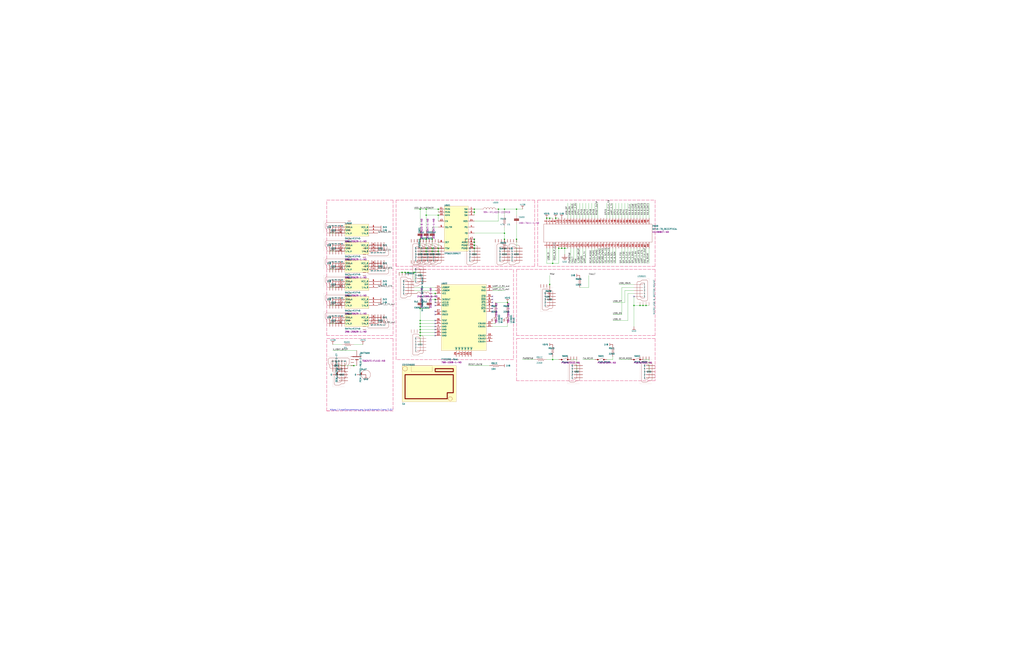
<source format=kicad_sch>
(kicad_sch (version 20250114) (generator "eeschema") (generator_version "9.0")
  (paper "D")
  (lib_symbols
    (symbol "CB_REV_C:root_0_CAP0402_CB_REV_C.SCHLIB" (pin_numbers (hide yes)) (pin_names (hide yes))
      (symbol "root_0_CAP0402_CB_REV_C.SCHLIB_1_0"
        (pin passive line (at 0 5.08 270) (length 2.54) (name "1") (number "P$1"))
        (pin passive line (at 0 -2.54 90) (length 2.54) (name "2") (number "P$2"))
      )
    )
    (symbol "CB_REV_C:root_0_CAP0603_CB_REV_C.SCHLIB" (pin_numbers (hide yes)) (pin_names (hide yes))
      (symbol "root_0_CAP0603_CB_REV_C.SCHLIB_1_0"
        (pin passive line (at 0 5.08 270) (length 2.54) (name "1") (number "P$1"))
        (pin passive line (at 0 -2.54 90) (length 2.54) (name "2") (number "P$2"))
      )
    )
    (symbol "CB_REV_C:root_0_CAP0805_CB_REV_C.SCHLIB" (pin_numbers (hide yes)) (pin_names (hide yes))
      (symbol "root_0_CAP0805_CB_REV_C.SCHLIB_1_0"
        (pin passive line (at 0 5.08 270) (length 2.54) (name "1") (number "P$1"))
        (pin passive line (at 0 -2.54 90) (length 2.54) (name "2") (number "P$2"))
      )
    )
    (symbol "CB_REV_C:root_0_FT232RQ-Reel_CB_REV_C.SCHLIB"
      (symbol "root_0_FT232RQ-Reel_CB_REV_C.SCHLIB_1_0"
        (pin bidirectional line (at -5.08 -2.54 0) (length 5.08) (name "USBDP") (number "14"))
        (pin bidirectional line (at -5.08 -5.08 0) (length 5.08) (name "USBDM") (number "15"))
        (pin power_in line (at -5.08 -7.62 0) (length 5.08) (name "VCC") (number "19"))
        (pin output line (at -5.08 -12.7 0) (length 5.08) (name "3V3OUT") (number "16"))
        (pin power_in line (at -5.08 -15.24 0) (length 5.08) (name "VCCIO") (number "1"))
        (pin input line (at -5.08 -17.78 0) (length 5.08) (name "~{RESET}") (number "18"))
        (pin input line (at -5.08 -22.86 0) (length 5.08) (name "OSCI") (number "27"))
        (pin output line (at -5.08 -25.4 0) (length 5.08) (name "OSCO") (number "28"))
        (pin input line (at -5.08 -30.48 0) (length 5.08) (name "TEST") (number "26"))
        (pin power_in line (at -5.08 -33.02 0) (length 5.08) (name "AGND") (number "24"))
        (pin power_in line (at -5.08 -35.56 0) (length 5.08) (name "GND") (number "4"))
        (pin power_in line (at -5.08 -38.1 0) (length 5.08) (name "GND") (number "17"))
        (pin power_in line (at -5.08 -40.64 0) (length 5.08) (name "GND") (number "20"))
        (pin power_in line (at -5.08 -43.18 0) (length 5.08) (name "GND") (number "33"))
        (pin passive line (at 12.7 -60.96 90) (length 5.08) (name "NC") (number "29"))
        (pin passive line (at 15.24 -60.96 90) (length 5.08) (name "NC") (number "5"))
        (pin passive line (at 17.78 -60.96 90) (length 5.08) (name "NC") (number "12"))
        (pin passive line (at 20.32 -60.96 90) (length 5.08) (name "NC") (number "13"))
        (pin passive line (at 22.86 -60.96 90) (length 5.08) (name "NC") (number "25"))
        (pin passive line (at 25.4 -60.96 90) (length 5.08) (name "NC") (number "23"))
        (pin output line (at 43.18 -2.54 180) (length 5.08) (name "TXD") (number "30"))
        (pin input line (at 43.18 -5.08 180) (length 5.08) (name "RXD") (number "2"))
        (pin output line (at 43.18 -10.16 180) (length 5.08) (name "~{DTR}") (number "31"))
        (pin input line (at 43.18 -12.7 180) (length 5.08) (name "~{DSR}") (number "6"))
        (pin output line (at 43.18 -15.24 180) (length 5.08) (name "~{RTS}") (number "32"))
        (pin input line (at 43.18 -17.78 180) (length 5.08) (name "~{CTS}") (number "8"))
        (pin input line (at 43.18 -20.32 180) (length 5.08) (name "~{DCD}") (number "7"))
        (pin input line (at 43.18 -22.86 180) (length 5.08) (name "~{RI}") (number "3"))
        (pin bidirectional line (at 43.18 -33.02 180) (length 5.08) (name "CBUS0") (number "22"))
        (pin bidirectional line (at 43.18 -35.56 180) (length 5.08) (name "CBUS1") (number "21"))
        (pin bidirectional line (at 43.18 -43.18 180) (length 5.08) (name "CBUS2") (number "10"))
        (pin bidirectional line (at 43.18 -45.72 180) (length 5.08) (name "CBUS3") (number "11"))
        (pin bidirectional line (at 43.18 -48.26 180) (length 5.08) (name "CBUS4") (number "9"))
      )
    )
    (symbol "CB_REV_C:root_0_LED0603_CB_REV_C.SCHLIB" (pin_numbers (hide yes)) (pin_names (hide yes))
      (symbol "root_0_LED0603_CB_REV_C.SCHLIB_1_0"
        (pin passive line (at 0 2.54 270) (length 2.54) (name "A") (number "A"))
        (pin passive line (at 0 -5.08 90) (length 2.54) (name "C") (number "C"))
      )
    )
    (symbol "CB_REV_C:root_0_MOLEX-47346-0001_CB_REV_C.SCHLIB" (pin_numbers (hide yes))
      (symbol "root_0_MOLEX-47346-0001_CB_REV_C.SCHLIB_1_0"
        (pin open_emitter line (at -5.08 5.08 0) (length 7.62) (name "1") (number "VBUS"))
        (pin passive line (at -5.08 2.54 0) (length 7.62) (name "2") (number "D-"))
        (pin passive line (at -5.08 0 0) (length 7.62) (name "3") (number "D+"))
        (pin passive line (at -5.08 -2.54 0) (length 7.62) (name "4") (number "ID"))
        (pin open_emitter line (at -5.08 -5.08 0) (length 7.62) (name "5") (number "GND"))
        (pin passive line (at 0 -12.7 90) (length 2.54) (name "GND1") (number "GND1"))
        (pin passive line (at 2.54 -12.7 90) (length 2.54) (name "GND2") (number "GND2"))
        (pin passive line (at 5.08 -12.7 90) (length 2.54) (name "GND3") (number "GND3"))
        (pin passive line (at 7.62 -12.7 90) (length 2.54) (name "GND4") (number "GND4"))
      )
    )
    (symbol "CB_REV_C:root_0_MS621FE_CB_REV_C.SCHLIB" (pin_numbers (hide yes)) (pin_names (hide yes))
      (symbol "root_0_MS621FE_CB_REV_C.SCHLIB_1_0"
        (pin passive line (at 0 5.08 270) (length 5.08) (name "POS") (number "1"))
        (pin passive line (at 0 -7.62 90) (length 5.08) (name "NEG") (number "2"))
      )
    )
    (symbol "CB_REV_C:root_0_PEM-SMTSO-M1.6-2-ET_CB_REV_C.SCHLIB"
      (symbol "root_0_PEM-SMTSO-M1.6-2-ET_CB_REV_C.SCHLIB_1_0"
        (pin passive line (at 0 0 180) (length 7.62) (name "0") (number "0"))
      )
    )
    (symbol "CB_REV_C:root_0_RESISTOR0402-RES_CB_REV_C.SCHLIB" (pin_numbers (hide yes)) (pin_names (hide yes))
      (symbol "root_0_RESISTOR0402-RES_CB_REV_C.SCHLIB_1_0"
        (pin passive line (at -5.08 0 0) (length 2.54) (name "1") (number "P$1"))
        (pin passive line (at 5.08 0 180) (length 2.54) (name "2") (number "P$2"))
      )
    )
    (symbol "CB_REV_C:root_0_SN74LVC1T45_CB_REV_C.SCHLIB"
      (symbol "root_0_SN74LVC1T45_CB_REV_C.SCHLIB_1_0"
        (pin passive line (at -17.78 2.54 0) (length 7.62) (name "VCC_A") (number "1"))
        (pin passive line (at -17.78 0 0) (length 7.62) (name "GND") (number "2"))
        (pin passive line (at -17.78 -2.54 0) (length 7.62) (name "i/o_A") (number "3"))
        (pin passive line (at 17.78 2.54 180) (length 7.62) (name "VCC_B") (number "6"))
        (pin passive line (at 17.78 0 180) (length 7.62) (name "DIR") (number "5"))
        (pin passive line (at 17.78 -2.54 180) (length 7.62) (name "i/o_B") (number "4"))
      )
    )
    (symbol "CB_REV_C:root_0_SWITCH-MOMENTARY-2_CB_REV_C.SCHLIB" (pin_numbers (hide yes)) (pin_names (hide yes))
      (symbol "root_0_SWITCH-MOMENTARY-2_CB_REV_C.SCHLIB_1_0"
        (pin passive line (at -5.08 0 0) (length 2.54) (name "1") (number "A1"))
        (pin passive line (at 5.08 0 180) (length 2.54) (name "2") (number "B3"))
      )
    )
    (symbol "CB_REV_C:root_0_TPS62130RGTT_CB_REV_C.SCHLIB"
      (symbol "root_0_TPS62130RGTT_CB_REV_C.SCHLIB_1_0"
        (pin power_in line (at -5.08 -2.54 0) (length 5.08) (name "PVIN") (number "11"))
        (pin power_in line (at -5.08 -5.08 0) (length 5.08) (name "PVIN") (number "12"))
        (pin power_in line (at -5.08 -7.62 0) (length 5.08) (name "AVIN") (number "10"))
        (pin input line (at -5.08 -12.7 0) (length 5.08) (name "EN") (number "13"))
        (pin input line (at -5.08 -17.78 0) (length 5.08) (name "SS/TR") (number "9"))
        (pin input line (at -5.08 -30.48 0) (length 5.08) (name "DEF") (number "8"))
        (pin input line (at -5.08 -35.56 0) (length 5.08) (name "FSW") (number "7"))
        (pin power_in line (at 25.4 -2.54 180) (length 5.08) (name "SW") (number "1"))
        (pin power_in line (at 25.4 -5.08 180) (length 5.08) (name "SW") (number "2"))
        (pin power_in line (at 25.4 -7.62 180) (length 5.08) (name "SW") (number "3"))
        (pin input line (at 25.4 -12.7 180) (length 5.08) (name "VOS") (number "14"))
        (pin tri_state line (at 25.4 -17.78 180) (length 5.08) (name "PG") (number "4"))
        (pin input line (at 25.4 -22.86 180) (length 5.08) (name "FB") (number "5"))
        (pin power_in line (at 25.4 -27.94 180) (length 5.08) (name "EP") (number "17"))
        (pin power_in line (at 25.4 -30.48 180) (length 5.08) (name "AGND") (number "6"))
        (pin power_in line (at 25.4 -33.02 180) (length 5.08) (name "PGND") (number "15"))
        (pin power_in line (at 25.4 -35.56 180) (length 5.08) (name "PGND") (number "16"))
      )
    )
    (symbol "CB_REV_C:root_1_DF40-70_RECEPTICAL_CB_REV_C.SCHLIB" (pin_names (hide yes))
      (symbol "root_1_DF40-70_RECEPTICAL_CB_REV_C.SCHLIB_1_0"
        (pin passive line (at -86.36 15.24 270) (length 5.08) (name "P$2") (number "2"))
        (pin passive line (at -86.36 -10.16 90) (length 5.08) (name "P$1") (number "1"))
        (pin passive line (at -83.82 15.24 270) (length 5.08) (name "P$4") (number "4"))
        (pin passive line (at -83.82 -10.16 90) (length 5.08) (name "P$3") (number "3"))
        (pin passive line (at -81.28 15.24 270) (length 5.08) (name "P$6") (number "6"))
        (pin passive line (at -81.28 -10.16 90) (length 5.08) (name "P$5") (number "5"))
        (pin passive line (at -78.74 15.24 270) (length 5.08) (name "P$8") (number "8"))
        (pin passive line (at -78.74 -10.16 90) (length 5.08) (name "P$7") (number "7"))
        (pin passive line (at -76.2 15.24 270) (length 5.08) (name "P$10") (number "10"))
        (pin passive line (at -76.2 -10.16 90) (length 5.08) (name "P$9") (number "9"))
        (pin passive line (at -73.66 15.24 270) (length 5.08) (name "P$12") (number "12"))
        (pin passive line (at -73.66 -10.16 90) (length 5.08) (name "P$11") (number "11"))
        (pin passive line (at -71.12 15.24 270) (length 5.08) (name "P$14") (number "14"))
        (pin passive line (at -71.12 -10.16 90) (length 5.08) (name "P$13") (number "13"))
        (pin passive line (at -68.58 15.24 270) (length 5.08) (name "P$16") (number "16"))
        (pin passive line (at -68.58 -10.16 90) (length 5.08) (name "P$15") (number "15"))
        (pin passive line (at -66.04 15.24 270) (length 5.08) (name "P$18") (number "18"))
        (pin passive line (at -66.04 -10.16 90) (length 5.08) (name "P$17") (number "17"))
        (pin passive line (at -63.5 15.24 270) (length 5.08) (name "P$20") (number "20"))
        (pin passive line (at -63.5 -10.16 90) (length 5.08) (name "P$19") (number "19"))
        (pin passive line (at -60.96 15.24 270) (length 5.08) (name "P$22") (number "22"))
        (pin passive line (at -60.96 -10.16 90) (length 5.08) (name "P$21") (number "21"))
        (pin passive line (at -58.42 15.24 270) (length 5.08) (name "P$24") (number "24"))
        (pin passive line (at -58.42 -10.16 90) (length 5.08) (name "P$23") (number "23"))
        (pin passive line (at -55.88 15.24 270) (length 5.08) (name "P$26") (number "26"))
        (pin passive line (at -55.88 -10.16 90) (length 5.08) (name "P$25") (number "25"))
        (pin passive line (at -53.34 15.24 270) (length 5.08) (name "P$28") (number "28"))
        (pin passive line (at -53.34 -10.16 90) (length 5.08) (name "P$27") (number "27"))
        (pin passive line (at -50.8 15.24 270) (length 5.08) (name "P$30") (number "30"))
        (pin passive line (at -50.8 -10.16 90) (length 5.08) (name "P$29") (number "29"))
        (pin passive line (at -48.26 15.24 270) (length 5.08) (name "P$32") (number "32"))
        (pin passive line (at -48.26 -10.16 90) (length 5.08) (name "P$31") (number "31"))
        (pin passive line (at -45.72 15.24 270) (length 5.08) (name "P$34") (number "34"))
        (pin passive line (at -45.72 -10.16 90) (length 5.08) (name "P$33") (number "33"))
        (pin passive line (at -43.18 15.24 270) (length 5.08) (name "P$36") (number "36"))
        (pin passive line (at -43.18 -10.16 90) (length 5.08) (name "P$35") (number "35"))
        (pin passive line (at -40.64 15.24 270) (length 5.08) (name "P$38") (number "38"))
        (pin passive line (at -40.64 -10.16 90) (length 5.08) (name "P$37") (number "37"))
        (pin passive line (at -38.1 15.24 270) (length 5.08) (name "P$40") (number "40"))
        (pin passive line (at -38.1 -10.16 90) (length 5.08) (name "P$39") (number "39"))
        (pin passive line (at -35.56 15.24 270) (length 5.08) (name "P$42") (number "42"))
        (pin passive line (at -35.56 -10.16 90) (length 5.08) (name "P$41") (number "41"))
        (pin passive line (at -33.02 15.24 270) (length 5.08) (name "P$44") (number "44"))
        (pin passive line (at -33.02 -10.16 90) (length 5.08) (name "P$43") (number "43"))
        (pin passive line (at -30.48 15.24 270) (length 5.08) (name "P$46") (number "46"))
        (pin passive line (at -30.48 -10.16 90) (length 5.08) (name "P$45") (number "45"))
        (pin passive line (at -27.94 15.24 270) (length 5.08) (name "P$48") (number "48"))
        (pin passive line (at -27.94 -10.16 90) (length 5.08) (name "P$47") (number "47"))
        (pin passive line (at -25.4 15.24 270) (length 5.08) (name "P$50") (number "50"))
        (pin passive line (at -25.4 -10.16 90) (length 5.08) (name "P$49") (number "49"))
        (pin passive line (at -22.86 15.24 270) (length 5.08) (name "P$52") (number "52"))
        (pin passive line (at -22.86 -10.16 90) (length 5.08) (name "P$51") (number "51"))
        (pin passive line (at -20.32 15.24 270) (length 5.08) (name "P$54") (number "54"))
        (pin passive line (at -20.32 -10.16 90) (length 5.08) (name "P$53") (number "53"))
        (pin passive line (at -17.78 15.24 270) (length 5.08) (name "P$56") (number "56"))
        (pin passive line (at -17.78 -10.16 90) (length 5.08) (name "P$55") (number "55"))
        (pin passive line (at -15.24 15.24 270) (length 5.08) (name "P$58") (number "58"))
        (pin passive line (at -15.24 -10.16 90) (length 5.08) (name "P$57") (number "57"))
        (pin passive line (at -12.7 15.24 270) (length 5.08) (name "P$60") (number "60"))
        (pin passive line (at -12.7 -10.16 90) (length 5.08) (name "P$59") (number "59"))
        (pin passive line (at -10.16 15.24 270) (length 5.08) (name "P$62") (number "62"))
        (pin passive line (at -10.16 -10.16 90) (length 5.08) (name "P$61") (number "61"))
        (pin passive line (at -7.62 15.24 270) (length 5.08) (name "P$64") (number "64"))
        (pin passive line (at -7.62 -10.16 90) (length 5.08) (name "P$63") (number "63"))
        (pin passive line (at -5.08 15.24 270) (length 5.08) (name "P$66") (number "66"))
        (pin passive line (at -5.08 -10.16 90) (length 5.08) (name "P$65") (number "65"))
        (pin passive line (at -2.54 15.24 270) (length 5.08) (name "P$68") (number "68"))
        (pin passive line (at -2.54 -10.16 90) (length 5.08) (name "P$67") (number "67"))
        (pin passive line (at 0 15.24 270) (length 5.08) (name "P$70") (number "70"))
        (pin passive line (at 0 -10.16 90) (length 5.08) (name "P$69") (number "69"))
      )
    )
    (symbol "CB_REV_C:root_1_Ed_CB_REV_C.SCHLIB" (pin_numbers (hide yes)) (pin_names (hide yes)))
    (symbol "CB_REV_C:root_1_INDUCTOR-XFL4020_CB_REV_C.SCHLIB" (pin_numbers (hide yes)) (pin_names (hide yes))
      (symbol "root_1_INDUCTOR-XFL4020_CB_REV_C.SCHLIB_1_0"
        (pin passive line (at -7.62 0 0) (length 2.54) (name "1") (number "P$1"))
        (pin passive line (at 7.62 0 180) (length 2.54) (name "2") (number "P$2"))
      )
    )
    (symbol "CB_REV_C:root_1_INDUCTOR0805_CB_REV_C.SCHLIB" (pin_numbers (hide yes)) (pin_names (hide yes))
      (symbol "root_1_INDUCTOR0805_CB_REV_C.SCHLIB_1_0"
        (pin passive line (at -7.62 0 0) (length 2.54) (name "1") (number "P$1"))
        (pin passive line (at 7.62 0 180) (length 2.54) (name "2") (number "P$2"))
      )
    )
    (symbol "CB_REV_C:root_1_RESISTOR0402-RES_CB_REV_C.SCHLIB" (pin_numbers (hide yes)) (pin_names (hide yes))
      (symbol "root_1_RESISTOR0402-RES_CB_REV_C.SCHLIB_1_0"
        (pin passive line (at 0 5.08 270) (length 2.54) (name "2") (number "P$2"))
        (pin passive line (at 0 -5.08 90) (length 2.54) (name "1") (number "P$1"))
      )
    )
    (symbol "CB_REV_C:root_2_MOLEX-47346-0001_CB_REV_C.SCHLIB" (pin_numbers (hide yes))
      (symbol "root_2_MOLEX-47346-0001_CB_REV_C.SCHLIB_1_0"
        (pin passive line (at -7.62 12.7 270) (length 2.54) (name "GND4") (number "GND4"))
        (pin passive line (at -5.08 12.7 270) (length 2.54) (name "GND3") (number "GND3"))
        (pin passive line (at -2.54 12.7 270) (length 2.54) (name "GND2") (number "GND2"))
        (pin passive line (at 0 12.7 270) (length 2.54) (name "GND1") (number "GND1"))
        (pin open_emitter line (at 5.08 5.08 180) (length 7.62) (name "5") (number "GND"))
        (pin passive line (at 5.08 2.54 180) (length 7.62) (name "4") (number "ID"))
        (pin passive line (at 5.08 0 180) (length 7.62) (name "3") (number "D+"))
        (pin passive line (at 5.08 -2.54 180) (length 7.62) (name "2") (number "D-"))
        (pin open_emitter line (at 5.08 -5.08 180) (length 7.62) (name "1") (number "VBUS"))
      )
    )
    (symbol "CB_REV_C:root_2_RESISTOR0402-RES_CB_REV_C.SCHLIB" (pin_numbers (hide yes)) (pin_names (hide yes))
      (symbol "root_2_RESISTOR0402-RES_CB_REV_C.SCHLIB_1_0"
        (pin passive line (at -5.08 0 0) (length 2.54) (name "2") (number "P$2"))
        (pin passive line (at 5.08 0 180) (length 2.54) (name "1") (number "P$1"))
      )
    )
    (symbol "GND_BAR_1"
      (symbol "GND_BAR_1_1_0"
        (pin passive line (at -7.62 12.7 270) (length 2.54) (name "GND4") (number "GND4"))
        (pin passive line (at -5.08 12.7 270) (length 2.54) (name "GND3") (number "GND3"))
        (pin passive line (at -2.54 12.7 270) (length 2.54) (name "GND2") (number "GND2"))
        (pin passive line (at 0 12.7 270) (length 2.54) (name "GND1") (number "GND1"))
        (pin open_emitter line (at 5.08 5.08 180) (length 7.62) (name "5") (number "GND"))
        (pin passive line (at 5.08 2.54 180) (length 7.62) (name "4") (number "ID"))
        (pin passive line (at 5.08 0 180) (length 7.62) (name "3") (number "D+"))
        (pin passive line (at 5.08 -2.54 180) (length 7.62) (name "2") (number "D-"))
        (pin open_emitter line (at 5.08 -5.08 180) (length 7.62) (name "1") (number "VBUS"))
      )
    )
    (symbol "GND_BAR_10"
      (symbol "GND_BAR_10_1_0"
        (pin passive line (at -7.62 12.7 270) (length 2.54) (name "GND4") (number "GND4"))
        (pin passive line (at -5.08 12.7 270) (length 2.54) (name "GND3") (number "GND3"))
        (pin passive line (at -2.54 12.7 270) (length 2.54) (name "GND2") (number "GND2"))
        (pin passive line (at 0 12.7 270) (length 2.54) (name "GND1") (number "GND1"))
        (pin open_emitter line (at 5.08 5.08 180) (length 7.62) (name "5") (number "GND"))
        (pin passive line (at 5.08 2.54 180) (length 7.62) (name "4") (number "ID"))
        (pin passive line (at 5.08 0 180) (length 7.62) (name "3") (number "D+"))
        (pin passive line (at 5.08 -2.54 180) (length 7.62) (name "2") (number "D-"))
        (pin open_emitter line (at 5.08 -5.08 180) (length 7.62) (name "1") (number "VBUS"))
      )
    )
    (symbol "GND_BAR_11"
      (symbol "GND_BAR_11_1_0"
        (pin passive line (at -7.62 12.7 270) (length 2.54) (name "GND4") (number "GND4"))
        (pin passive line (at -5.08 12.7 270) (length 2.54) (name "GND3") (number "GND3"))
        (pin passive line (at -2.54 12.7 270) (length 2.54) (name "GND2") (number "GND2"))
        (pin passive line (at 0 12.7 270) (length 2.54) (name "GND1") (number "GND1"))
        (pin open_emitter line (at 5.08 5.08 180) (length 7.62) (name "5") (number "GND"))
        (pin passive line (at 5.08 2.54 180) (length 7.62) (name "4") (number "ID"))
        (pin passive line (at 5.08 0 180) (length 7.62) (name "3") (number "D+"))
        (pin passive line (at 5.08 -2.54 180) (length 7.62) (name "2") (number "D-"))
        (pin open_emitter line (at 5.08 -5.08 180) (length 7.62) (name "1") (number "VBUS"))
      )
    )
    (symbol "GND_BAR_12"
      (symbol "GND_BAR_12_1_0"
        (pin passive line (at -7.62 12.7 270) (length 2.54) (name "GND4") (number "GND4"))
        (pin passive line (at -5.08 12.7 270) (length 2.54) (name "GND3") (number "GND3"))
        (pin passive line (at -2.54 12.7 270) (length 2.54) (name "GND2") (number "GND2"))
        (pin passive line (at 0 12.7 270) (length 2.54) (name "GND1") (number "GND1"))
        (pin open_emitter line (at 5.08 5.08 180) (length 7.62) (name "5") (number "GND"))
        (pin passive line (at 5.08 2.54 180) (length 7.62) (name "4") (number "ID"))
        (pin passive line (at 5.08 0 180) (length 7.62) (name "3") (number "D+"))
        (pin passive line (at 5.08 -2.54 180) (length 7.62) (name "2") (number "D-"))
        (pin open_emitter line (at 5.08 -5.08 180) (length 7.62) (name "1") (number "VBUS"))
      )
    )
    (symbol "GND_BAR_13"
      (symbol "GND_BAR_13_1_0"
        (pin passive line (at -7.62 12.7 270) (length 2.54) (name "GND4") (number "GND4"))
        (pin passive line (at -5.08 12.7 270) (length 2.54) (name "GND3") (number "GND3"))
        (pin passive line (at -2.54 12.7 270) (length 2.54) (name "GND2") (number "GND2"))
        (pin passive line (at 0 12.7 270) (length 2.54) (name "GND1") (number "GND1"))
        (pin open_emitter line (at 5.08 5.08 180) (length 7.62) (name "5") (number "GND"))
        (pin passive line (at 5.08 2.54 180) (length 7.62) (name "4") (number "ID"))
        (pin passive line (at 5.08 0 180) (length 7.62) (name "3") (number "D+"))
        (pin passive line (at 5.08 -2.54 180) (length 7.62) (name "2") (number "D-"))
        (pin open_emitter line (at 5.08 -5.08 180) (length 7.62) (name "1") (number "VBUS"))
      )
    )
    (symbol "GND_BAR_14"
      (symbol "GND_BAR_14_1_0"
        (pin passive line (at -7.62 12.7 270) (length 2.54) (name "GND4") (number "GND4"))
        (pin passive line (at -5.08 12.7 270) (length 2.54) (name "GND3") (number "GND3"))
        (pin passive line (at -2.54 12.7 270) (length 2.54) (name "GND2") (number "GND2"))
        (pin passive line (at 0 12.7 270) (length 2.54) (name "GND1") (number "GND1"))
        (pin open_emitter line (at 5.08 5.08 180) (length 7.62) (name "5") (number "GND"))
        (pin passive line (at 5.08 2.54 180) (length 7.62) (name "4") (number "ID"))
        (pin passive line (at 5.08 0 180) (length 7.62) (name "3") (number "D+"))
        (pin passive line (at 5.08 -2.54 180) (length 7.62) (name "2") (number "D-"))
        (pin open_emitter line (at 5.08 -5.08 180) (length 7.62) (name "1") (number "VBUS"))
      )
    )
    (symbol "GND_BAR_15"
      (symbol "GND_BAR_15_1_0"
        (pin passive line (at -7.62 12.7 270) (length 2.54) (name "GND4") (number "GND4"))
        (pin passive line (at -5.08 12.7 270) (length 2.54) (name "GND3") (number "GND3"))
        (pin passive line (at -2.54 12.7 270) (length 2.54) (name "GND2") (number "GND2"))
        (pin passive line (at 0 12.7 270) (length 2.54) (name "GND1") (number "GND1"))
        (pin open_emitter line (at 5.08 5.08 180) (length 7.62) (name "5") (number "GND"))
        (pin passive line (at 5.08 2.54 180) (length 7.62) (name "4") (number "ID"))
        (pin passive line (at 5.08 0 180) (length 7.62) (name "3") (number "D+"))
        (pin passive line (at 5.08 -2.54 180) (length 7.62) (name "2") (number "D-"))
        (pin open_emitter line (at 5.08 -5.08 180) (length 7.62) (name "1") (number "VBUS"))
      )
    )
    (symbol "GND_BAR_16"
      (symbol "GND_BAR_16_1_0"
        (pin passive line (at -7.62 12.7 270) (length 2.54) (name "GND4") (number "GND4"))
        (pin passive line (at -5.08 12.7 270) (length 2.54) (name "GND3") (number "GND3"))
        (pin passive line (at -2.54 12.7 270) (length 2.54) (name "GND2") (number "GND2"))
        (pin passive line (at 0 12.7 270) (length 2.54) (name "GND1") (number "GND1"))
        (pin open_emitter line (at 5.08 5.08 180) (length 7.62) (name "5") (number "GND"))
        (pin passive line (at 5.08 2.54 180) (length 7.62) (name "4") (number "ID"))
        (pin passive line (at 5.08 0 180) (length 7.62) (name "3") (number "D+"))
        (pin passive line (at 5.08 -2.54 180) (length 7.62) (name "2") (number "D-"))
        (pin open_emitter line (at 5.08 -5.08 180) (length 7.62) (name "1") (number "VBUS"))
      )
    )
    (symbol "GND_BAR_17"
      (symbol "GND_BAR_17_1_0"
        (pin passive line (at -7.62 12.7 270) (length 2.54) (name "GND4") (number "GND4"))
        (pin passive line (at -5.08 12.7 270) (length 2.54) (name "GND3") (number "GND3"))
        (pin passive line (at -2.54 12.7 270) (length 2.54) (name "GND2") (number "GND2"))
        (pin passive line (at 0 12.7 270) (length 2.54) (name "GND1") (number "GND1"))
        (pin open_emitter line (at 5.08 5.08 180) (length 7.62) (name "5") (number "GND"))
        (pin passive line (at 5.08 2.54 180) (length 7.62) (name "4") (number "ID"))
        (pin passive line (at 5.08 0 180) (length 7.62) (name "3") (number "D+"))
        (pin passive line (at 5.08 -2.54 180) (length 7.62) (name "2") (number "D-"))
        (pin open_emitter line (at 5.08 -5.08 180) (length 7.62) (name "1") (number "VBUS"))
      )
    )
    (symbol "GND_BAR_18"
      (symbol "GND_BAR_18_1_0"
        (pin passive line (at -7.62 12.7 270) (length 2.54) (name "GND4") (number "GND4"))
        (pin passive line (at -5.08 12.7 270) (length 2.54) (name "GND3") (number "GND3"))
        (pin passive line (at -2.54 12.7 270) (length 2.54) (name "GND2") (number "GND2"))
        (pin passive line (at 0 12.7 270) (length 2.54) (name "GND1") (number "GND1"))
        (pin open_emitter line (at 5.08 5.08 180) (length 7.62) (name "5") (number "GND"))
        (pin passive line (at 5.08 2.54 180) (length 7.62) (name "4") (number "ID"))
        (pin passive line (at 5.08 0 180) (length 7.62) (name "3") (number "D+"))
        (pin passive line (at 5.08 -2.54 180) (length 7.62) (name "2") (number "D-"))
        (pin open_emitter line (at 5.08 -5.08 180) (length 7.62) (name "1") (number "VBUS"))
      )
    )
    (symbol "GND_BAR_19"
      (symbol "GND_BAR_19_1_0"
        (pin passive line (at -7.62 12.7 270) (length 2.54) (name "GND4") (number "GND4"))
        (pin passive line (at -5.08 12.7 270) (length 2.54) (name "GND3") (number "GND3"))
        (pin passive line (at -2.54 12.7 270) (length 2.54) (name "GND2") (number "GND2"))
        (pin passive line (at 0 12.7 270) (length 2.54) (name "GND1") (number "GND1"))
        (pin open_emitter line (at 5.08 5.08 180) (length 7.62) (name "5") (number "GND"))
        (pin passive line (at 5.08 2.54 180) (length 7.62) (name "4") (number "ID"))
        (pin passive line (at 5.08 0 180) (length 7.62) (name "3") (number "D+"))
        (pin passive line (at 5.08 -2.54 180) (length 7.62) (name "2") (number "D-"))
        (pin open_emitter line (at 5.08 -5.08 180) (length 7.62) (name "1") (number "VBUS"))
      )
    )
    (symbol "GND_BAR_2"
      (symbol "GND_BAR_2_1_0"
        (pin passive line (at -7.62 12.7 270) (length 2.54) (name "GND4") (number "GND4"))
        (pin passive line (at -5.08 12.7 270) (length 2.54) (name "GND3") (number "GND3"))
        (pin passive line (at -2.54 12.7 270) (length 2.54) (name "GND2") (number "GND2"))
        (pin passive line (at 0 12.7 270) (length 2.54) (name "GND1") (number "GND1"))
        (pin open_emitter line (at 5.08 5.08 180) (length 7.62) (name "5") (number "GND"))
        (pin passive line (at 5.08 2.54 180) (length 7.62) (name "4") (number "ID"))
        (pin passive line (at 5.08 0 180) (length 7.62) (name "3") (number "D+"))
        (pin passive line (at 5.08 -2.54 180) (length 7.62) (name "2") (number "D-"))
        (pin open_emitter line (at 5.08 -5.08 180) (length 7.62) (name "1") (number "VBUS"))
      )
    )
    (symbol "GND_BAR_20"
      (symbol "GND_BAR_20_1_0"
        (pin passive line (at -7.62 12.7 270) (length 2.54) (name "GND4") (number "GND4"))
        (pin passive line (at -5.08 12.7 270) (length 2.54) (name "GND3") (number "GND3"))
        (pin passive line (at -2.54 12.7 270) (length 2.54) (name "GND2") (number "GND2"))
        (pin passive line (at 0 12.7 270) (length 2.54) (name "GND1") (number "GND1"))
        (pin open_emitter line (at 5.08 5.08 180) (length 7.62) (name "5") (number "GND"))
        (pin passive line (at 5.08 2.54 180) (length 7.62) (name "4") (number "ID"))
        (pin passive line (at 5.08 0 180) (length 7.62) (name "3") (number "D+"))
        (pin passive line (at 5.08 -2.54 180) (length 7.62) (name "2") (number "D-"))
        (pin open_emitter line (at 5.08 -5.08 180) (length 7.62) (name "1") (number "VBUS"))
      )
    )
    (symbol "GND_BAR_21"
      (symbol "GND_BAR_21_1_0"
        (pin passive line (at -7.62 12.7 270) (length 2.54) (name "GND4") (number "GND4"))
        (pin passive line (at -5.08 12.7 270) (length 2.54) (name "GND3") (number "GND3"))
        (pin passive line (at -2.54 12.7 270) (length 2.54) (name "GND2") (number "GND2"))
        (pin passive line (at 0 12.7 270) (length 2.54) (name "GND1") (number "GND1"))
        (pin open_emitter line (at 5.08 5.08 180) (length 7.62) (name "5") (number "GND"))
        (pin passive line (at 5.08 2.54 180) (length 7.62) (name "4") (number "ID"))
        (pin passive line (at 5.08 0 180) (length 7.62) (name "3") (number "D+"))
        (pin passive line (at 5.08 -2.54 180) (length 7.62) (name "2") (number "D-"))
        (pin open_emitter line (at 5.08 -5.08 180) (length 7.62) (name "1") (number "VBUS"))
      )
    )
    (symbol "GND_BAR_22"
      (symbol "GND_BAR_22_1_0"
        (pin passive line (at -7.62 12.7 270) (length 2.54) (name "GND4") (number "GND4"))
        (pin passive line (at -5.08 12.7 270) (length 2.54) (name "GND3") (number "GND3"))
        (pin passive line (at -2.54 12.7 270) (length 2.54) (name "GND2") (number "GND2"))
        (pin passive line (at 0 12.7 270) (length 2.54) (name "GND1") (number "GND1"))
        (pin open_emitter line (at 5.08 5.08 180) (length 7.62) (name "5") (number "GND"))
        (pin passive line (at 5.08 2.54 180) (length 7.62) (name "4") (number "ID"))
        (pin passive line (at 5.08 0 180) (length 7.62) (name "3") (number "D+"))
        (pin passive line (at 5.08 -2.54 180) (length 7.62) (name "2") (number "D-"))
        (pin open_emitter line (at 5.08 -5.08 180) (length 7.62) (name "1") (number "VBUS"))
      )
    )
    (symbol "GND_BAR_23"
      (symbol "GND_BAR_23_1_0"
        (pin passive line (at -7.62 12.7 270) (length 2.54) (name "GND4") (number "GND4"))
        (pin passive line (at -5.08 12.7 270) (length 2.54) (name "GND3") (number "GND3"))
        (pin passive line (at -2.54 12.7 270) (length 2.54) (name "GND2") (number "GND2"))
        (pin passive line (at 0 12.7 270) (length 2.54) (name "GND1") (number "GND1"))
        (pin open_emitter line (at 5.08 5.08 180) (length 7.62) (name "5") (number "GND"))
        (pin passive line (at 5.08 2.54 180) (length 7.62) (name "4") (number "ID"))
        (pin passive line (at 5.08 0 180) (length 7.62) (name "3") (number "D+"))
        (pin passive line (at 5.08 -2.54 180) (length 7.62) (name "2") (number "D-"))
        (pin open_emitter line (at 5.08 -5.08 180) (length 7.62) (name "1") (number "VBUS"))
      )
    )
    (symbol "GND_BAR_3"
      (symbol "GND_BAR_3_1_0"
        (pin passive line (at -7.62 12.7 270) (length 2.54) (name "GND4") (number "GND4"))
        (pin passive line (at -5.08 12.7 270) (length 2.54) (name "GND3") (number "GND3"))
        (pin passive line (at -2.54 12.7 270) (length 2.54) (name "GND2") (number "GND2"))
        (pin passive line (at 0 12.7 270) (length 2.54) (name "GND1") (number "GND1"))
        (pin open_emitter line (at 5.08 5.08 180) (length 7.62) (name "5") (number "GND"))
        (pin passive line (at 5.08 2.54 180) (length 7.62) (name "4") (number "ID"))
        (pin passive line (at 5.08 0 180) (length 7.62) (name "3") (number "D+"))
        (pin passive line (at 5.08 -2.54 180) (length 7.62) (name "2") (number "D-"))
        (pin open_emitter line (at 5.08 -5.08 180) (length 7.62) (name "1") (number "VBUS"))
      )
    )
    (symbol "GND_BAR_4"
      (symbol "GND_BAR_4_1_0"
        (pin passive line (at -7.62 12.7 270) (length 2.54) (name "GND4") (number "GND4"))
        (pin passive line (at -5.08 12.7 270) (length 2.54) (name "GND3") (number "GND3"))
        (pin passive line (at -2.54 12.7 270) (length 2.54) (name "GND2") (number "GND2"))
        (pin passive line (at 0 12.7 270) (length 2.54) (name "GND1") (number "GND1"))
        (pin open_emitter line (at 5.08 5.08 180) (length 7.62) (name "5") (number "GND"))
        (pin passive line (at 5.08 2.54 180) (length 7.62) (name "4") (number "ID"))
        (pin passive line (at 5.08 0 180) (length 7.62) (name "3") (number "D+"))
        (pin passive line (at 5.08 -2.54 180) (length 7.62) (name "2") (number "D-"))
        (pin open_emitter line (at 5.08 -5.08 180) (length 7.62) (name "1") (number "VBUS"))
      )
    )
    (symbol "GND_BAR_5"
      (symbol "GND_BAR_5_1_0"
        (pin passive line (at -7.62 12.7 270) (length 2.54) (name "GND4") (number "GND4"))
        (pin passive line (at -5.08 12.7 270) (length 2.54) (name "GND3") (number "GND3"))
        (pin passive line (at -2.54 12.7 270) (length 2.54) (name "GND2") (number "GND2"))
        (pin passive line (at 0 12.7 270) (length 2.54) (name "GND1") (number "GND1"))
        (pin open_emitter line (at 5.08 5.08 180) (length 7.62) (name "5") (number "GND"))
        (pin passive line (at 5.08 2.54 180) (length 7.62) (name "4") (number "ID"))
        (pin passive line (at 5.08 0 180) (length 7.62) (name "3") (number "D+"))
        (pin passive line (at 5.08 -2.54 180) (length 7.62) (name "2") (number "D-"))
        (pin open_emitter line (at 5.08 -5.08 180) (length 7.62) (name "1") (number "VBUS"))
      )
    )
    (symbol "GND_BAR_6"
      (symbol "GND_BAR_6_1_0"
        (pin passive line (at -7.62 12.7 270) (length 2.54) (name "GND4") (number "GND4"))
        (pin passive line (at -5.08 12.7 270) (length 2.54) (name "GND3") (number "GND3"))
        (pin passive line (at -2.54 12.7 270) (length 2.54) (name "GND2") (number "GND2"))
        (pin passive line (at 0 12.7 270) (length 2.54) (name "GND1") (number "GND1"))
        (pin open_emitter line (at 5.08 5.08 180) (length 7.62) (name "5") (number "GND"))
        (pin passive line (at 5.08 2.54 180) (length 7.62) (name "4") (number "ID"))
        (pin passive line (at 5.08 0 180) (length 7.62) (name "3") (number "D+"))
        (pin passive line (at 5.08 -2.54 180) (length 7.62) (name "2") (number "D-"))
        (pin open_emitter line (at 5.08 -5.08 180) (length 7.62) (name "1") (number "VBUS"))
      )
    )
    (symbol "GND_BAR_7"
      (symbol "GND_BAR_7_1_0"
        (pin passive line (at -7.62 12.7 270) (length 2.54) (name "GND4") (number "GND4"))
        (pin passive line (at -5.08 12.7 270) (length 2.54) (name "GND3") (number "GND3"))
        (pin passive line (at -2.54 12.7 270) (length 2.54) (name "GND2") (number "GND2"))
        (pin passive line (at 0 12.7 270) (length 2.54) (name "GND1") (number "GND1"))
        (pin open_emitter line (at 5.08 5.08 180) (length 7.62) (name "5") (number "GND"))
        (pin passive line (at 5.08 2.54 180) (length 7.62) (name "4") (number "ID"))
        (pin passive line (at 5.08 0 180) (length 7.62) (name "3") (number "D+"))
        (pin passive line (at 5.08 -2.54 180) (length 7.62) (name "2") (number "D-"))
        (pin open_emitter line (at 5.08 -5.08 180) (length 7.62) (name "1") (number "VBUS"))
      )
    )
    (symbol "GND_BAR_8"
      (symbol "GND_BAR_8_1_0"
        (pin passive line (at -7.62 12.7 270) (length 2.54) (name "GND4") (number "GND4"))
        (pin passive line (at -5.08 12.7 270) (length 2.54) (name "GND3") (number "GND3"))
        (pin passive line (at -2.54 12.7 270) (length 2.54) (name "GND2") (number "GND2"))
        (pin passive line (at 0 12.7 270) (length 2.54) (name "GND1") (number "GND1"))
        (pin open_emitter line (at 5.08 5.08 180) (length 7.62) (name "5") (number "GND"))
        (pin passive line (at 5.08 2.54 180) (length 7.62) (name "4") (number "ID"))
        (pin passive line (at 5.08 0 180) (length 7.62) (name "3") (number "D+"))
        (pin passive line (at 5.08 -2.54 180) (length 7.62) (name "2") (number "D-"))
        (pin open_emitter line (at 5.08 -5.08 180) (length 7.62) (name "1") (number "VBUS"))
      )
    )
    (symbol "GND_BAR_9"
      (symbol "GND_BAR_9_1_0"
        (pin passive line (at -7.62 12.7 270) (length 2.54) (name "GND4") (number "GND4"))
        (pin passive line (at -5.08 12.7 270) (length 2.54) (name "GND3") (number "GND3"))
        (pin passive line (at -2.54 12.7 270) (length 2.54) (name "GND2") (number "GND2"))
        (pin passive line (at 0 12.7 270) (length 2.54) (name "GND1") (number "GND1"))
        (pin open_emitter line (at 5.08 5.08 180) (length 7.62) (name "5") (number "GND"))
        (pin passive line (at 5.08 2.54 180) (length 7.62) (name "4") (number "ID"))
        (pin passive line (at 5.08 0 180) (length 7.62) (name "3") (number "D+"))
        (pin passive line (at 5.08 -2.54 180) (length 7.62) (name "2") (number "D-"))
        (pin open_emitter line (at 5.08 -5.08 180) (length 7.62) (name "1") (number "VBUS"))
      )
    )
    (symbol "TransferProject-altium-import:1V8_BAR" (power)
      (property "Value" "1V8" (at 0 -3.81 0))
      (symbol "1V8_BAR_0_0"
        (pin power_in line (at 0 0 0) (length 0) (hide yes) (name "1V8") (number ""))
      )
    )
    (symbol "TransferProject-altium-import:3V3_BAR" (power)
      (property "Value" "3V3" (at 0 -3.81 0))
      (symbol "3V3_BAR_0_0"
        (pin power_in line (at 0 0 0) (length 0) (hide yes) (name "3V3") (number ""))
      )
    )
    (symbol "TransferProject-altium-import:4V38_BAR" (power)
      (property "Value" "4V38" (at 0 -3.81 0))
      (symbol "4V38_BAR_0_0"
        (pin power_in line (at 0 0 0) (length 0) (hide yes) (name "4V38") (number ""))
      )
    )
    (symbol "TransferProject-altium-import:GND_BAR" (power)
      (property "Value" "GND" (at 0 -3.81 0))
      (symbol "GND_BAR_0_0"
        (pin power_in line (at 0 0 0) (length 0) (hide yes) (name "GND") (number ""))
      )
    )
    (symbol "TransferProject-altium-import:GND_POWER_GROUND" (power)
      (property "Value" "GND" (at 0 -6.35 0))
      (symbol "GND_POWER_GROUND_0_0"
        (pin power_in line (at 0 0 0) (length 0) (hide yes) (name "GND") (number ""))
      )
    )
    (symbol "TransferProject-altium-import:VSYS_BAR" (power)
      (property "Value" "VSYS" (at 0 -3.81 0))
      (symbol "VSYS_BAR_0_0"
        (pin power_in line (at 0 0 0) (length 0) (hide yes) (name "VSYS") (number ""))
      )
    )
  )
  (text "https://creativecommons.org/publicdomain/zero/1.0/" (at 278.13 346.71 0) (effects (font (size 1.27 1.27)) (justify left bottom)))
  (junction (at 354.33 280.67))
  (junction (at 476.25 209.55))
  (junction (at 471.17 209.55))
  (junction (at 354.33 275.59))
  (junction (at 425.45 201.93))
  (junction (at 539.75 257.81))
  (junction (at 435.61 201.93))
  (junction (at 466.09 222.25))
  (junction (at 341.63 229.87))
  (junction (at 354.33 273.05))
  (junction (at 359.41 209.55))
  (junction (at 400.05 204.47))
  (junction (at 463.55 184.15))
  (junction (at 367.03 247.65))
  (junction (at 339.09 229.87))
  (junction (at 364.49 201.93))
  (junction (at 542.29 257.81))
  (junction (at 466.09 303.53))
  (junction (at 298.45 308.61))
  (junction (at 463.55 240.03))
  (junction (at 435.61 176.53))
  (junction (at 425.45 176.53))
  (junction (at 364.49 209.55))
  (junction (at 367.03 252.73))
  (junction (at 420.37 176.53))
  (junction (at 400.05 201.93))
  (junction (at 369.57 212.09))
  (junction (at 461.01 184.15))
  (junction (at 354.33 283.21))
  (junction (at 544.83 257.81))
  (junction (at 359.41 201.93))
  (junction (at 354.33 278.13))
  (junction (at 354.33 260.35))
  (junction (at 400.05 207.01))
  (junction (at 400.05 209.55))
  (junction (at 369.57 176.53))
  (junction (at 473.71 209.55))
  (junction (at 359.41 181.61))
  (junction (at 369.57 181.61))
  (junction (at 534.67 257.81))
  (junction (at 369.57 209.55))
  (junction (at 349.25 229.87))
  (junction (at 427.99 255.27))
  (junction (at 359.41 212.09))
  (junction (at 425.45 196.85))
  (junction (at 354.33 176.53))
  (junction (at 359.41 176.53))
  (junction (at 400.05 176.53))
  (junction (at 364.49 212.09))
  (junction (at 354.33 270.51))
  (junction (at 344.17 229.87))
  (junction (at 354.33 201.93))
  (junction (at 468.63 184.15))
  (junction (at 400.05 179.07))
  (no_connect (at 367.03 255.27))
  (no_connect (at 400.05 209.55))
  (no_connect (at 367.03 265.43))
  (no_connect (at 534.67 250.19))
  (no_connect (at 415.29 257.81))
  (no_connect (at 367.03 270.51))
  (no_connect (at 415.29 255.27))
  (no_connect (at 367.03 283.21))
  (no_connect (at 415.29 260.35))
  (no_connect (at 367.03 275.59))
  (no_connect (at 400.05 204.47))
  (no_connect (at 367.03 257.81))
  (no_connect (at 367.03 262.89))
  (no_connect (at 367.03 278.13))
  (no_connect (at 367.03 252.73))
  (no_connect (at 400.05 201.93))
  (no_connect (at 415.29 252.73))
  (no_connect (at 415.29 250.19))
  (no_connect (at 367.03 280.67))
  (no_connect (at 415.29 262.89))
  (no_connect (at 367.03 273.05))
  (no_connect (at 400.05 207.01))
  (wire (pts (xy 364.49 247.65) (xy 367.03 247.65)))
  (wire (pts (xy 496.57 242.57) (xy 496.57 232.41)))
  (wire (pts (xy 435.61 181.61) (xy 435.61 176.53)))
  (wire (pts (xy 354.33 270.51) (xy 354.33 273.05)))
  (wire (pts (xy 524.51 209.55) (xy 524.51 222.25)))
  (wire (pts (xy 506.73 209.55) (xy 506.73 222.25)))
  (wire (pts (xy 491.49 171.45) (xy 491.49 184.15)))
  (wire (pts (xy 400.05 204.47) (xy 400.05 207.01)))
  (wire (pts (xy 354.33 176.53) (xy 349.25 176.53)))
  (wire (pts (xy 532.13 303.53) (xy 521.97 303.53)))
  (polyline (pts (xy 435.61 285.75) (xy 552.45 285.75)) (stroke (width 0.254) (type dash) (color 218 36 103 1)))
  (wire (pts (xy 534.67 250.19) (xy 534.67 257.81)))
  (wire (pts (xy 547.37 171.45) (xy 547.37 184.15)))
  (wire (pts (xy 521.97 240.03) (xy 534.67 240.03)))
  (wire (pts (xy 367.03 283.21) (xy 354.33 283.21)))
  (wire (pts (xy 298.45 308.61) (xy 300.99 308.61)))
  (wire (pts (xy 544.83 209.55) (xy 544.83 222.25)))
  (wire (pts (xy 349.25 229.87) (xy 354.33 229.87)))
  (wire (pts (xy 400.05 196.85) (xy 425.45 196.85)))
  (wire (pts (xy 481.33 171.45) (xy 481.33 184.15)))
  (wire (pts (xy 527.05 209.55) (xy 527.05 222.25)))
  (wire (pts (xy 463.55 232.41) (xy 463.55 240.03)))
  (wire (pts (xy 509.27 209.55) (xy 509.27 222.25)))
  (wire (pts (xy 461.01 303.53) (xy 466.09 303.53)))
  (polyline (pts (xy 552.45 224.79) (xy 453.39 224.79)) (stroke (width 0.254) (type dash) (color 218 36 103 1)))
  (wire (pts (xy 519.43 171.45) (xy 519.43 184.15)))
  (wire (pts (xy 367.03 273.05) (xy 354.33 273.05)))
  (wire (pts (xy 367.03 270.51) (xy 354.33 270.51)))
  (wire (pts (xy 486.41 184.15) (xy 486.41 171.45)))
  (wire (pts (xy 369.57 179.07) (xy 369.57 176.53)))
  (wire (pts (xy 468.63 209.55) (xy 468.63 219.71)))
  (wire (pts (xy 354.33 273.05) (xy 354.33 275.59)))
  (wire (pts (xy 354.33 283.21) (xy 354.33 290.83)))
  (wire (pts (xy 491.49 209.55) (xy 491.49 222.25)))
  (wire (pts (xy 400.05 186.69) (xy 420.37 186.69)))
  (wire (pts (xy 354.33 278.13) (xy 354.33 280.67)))
  (wire (pts (xy 516.89 209.55) (xy 516.89 222.25)))
  (wire (pts (xy 400.05 209.55) (xy 400.05 214.63)))
  (polyline (pts (xy 453.39 224.79) (xy 453.39 168.91)) (stroke (width 0.254) (type dash) (color 218 36 103 1)))
  (polyline (pts (xy 331.47 283.21) (xy 275.59 283.21)) (stroke (width 0.254) (type dash) (color 218 36 103 1)))
  (wire (pts (xy 359.41 176.53) (xy 354.33 176.53)))
  (polyline (pts (xy 435.61 283.21) (xy 435.61 227.33)) (stroke (width 0.254) (type dash) (color 218 36 103 1)))
  (wire (pts (xy 488.95 209.55) (xy 488.95 222.25)))
  (wire (pts (xy 450.85 303.53) (xy 440.69 303.53)))
  (wire (pts (xy 544.83 257.81) (xy 542.29 257.81)))
  (wire (pts (xy 466.09 222.25) (xy 461.01 222.25)))
  (wire (pts (xy 435.61 214.63) (xy 435.61 201.93)))
  (wire (pts (xy 367.03 250.19) (xy 354.33 250.19)))
  (wire (pts (xy 405.13 176.53) (xy 400.05 176.53)))
  (wire (pts (xy 476.25 209.55) (xy 473.71 209.55)))
  (wire (pts (xy 359.41 181.61) (xy 359.41 176.53)))
  (wire (pts (xy 364.49 201.93) (xy 364.49 209.55)))
  (polyline (pts (xy 334.01 224.79) (xy 334.01 222.25)) (stroke (width 0.254) (type dash) (color 218 36 103 1)))
  (wire (pts (xy 501.65 171.45) (xy 501.65 184.15)))
  (wire (pts (xy 283.21 196.85) (xy 278.13 196.85)))
  (wire (pts (xy 417.83 273.05) (xy 415.29 273.05)))
  (wire (pts (xy 463.55 184.15) (xy 461.01 184.15)))
  (wire (pts (xy 534.67 209.55) (xy 534.67 222.25)))
  (polyline (pts (xy 433.07 227.33) (xy 433.07 303.53)) (stroke (width 0.254) (type dash) (color 218 36 103 1)))
  (polyline (pts (xy 552.45 283.21) (xy 435.61 283.21)) (stroke (width 0.254) (type dash) (color 218 36 103 1)))
  (polyline (pts (xy 331.47 346.71) (xy 275.59 346.71)) (stroke (width 0.254) (type dash) (color 218 36 103 1)))
  (wire (pts (xy 511.81 171.45) (xy 511.81 184.15)))
  (polyline (pts (xy 435.61 321.31) (xy 435.61 285.75)) (stroke (width 0.254) (type dash) (color 218 36 103 1)))
  (wire (pts (xy 435.61 201.93) (xy 435.61 189.23)))
  (wire (pts (xy 425.45 196.85) (xy 425.45 191.77)))
  (wire (pts (xy 544.83 171.45) (xy 544.83 184.15)))
  (wire (pts (xy 336.55 229.87) (xy 339.09 229.87)))
  (wire (pts (xy 369.57 181.61) (xy 359.41 181.61)))
  (wire (pts (xy 354.33 275.59) (xy 354.33 278.13)))
  (wire (pts (xy 499.11 209.55) (xy 499.11 222.25)))
  (wire (pts (xy 367.03 255.27) (xy 367.03 252.73)))
  (wire (pts (xy 354.33 250.19) (xy 354.33 252.73)))
  (wire (pts (xy 486.41 303.53) (xy 486.41 313.69)))
  (wire (pts (xy 354.33 229.87) (xy 354.33 232.41)))
  (wire (pts (xy 529.59 270.51) (xy 516.89 270.51)))
  (wire (pts (xy 527.05 171.45) (xy 527.05 184.15)))
  (polyline (pts (xy 331.47 168.91) (xy 331.47 283.21)) (stroke (width 0.254) (type dash) (color 218 36 103 1)))
  (wire (pts (xy 504.19 171.45) (xy 504.19 184.15)))
  (wire (pts (xy 478.79 209.55) (xy 476.25 209.55)))
  (wire (pts (xy 367.03 280.67) (xy 354.33 280.67)))
  (wire (pts (xy 367.03 278.13) (xy 354.33 278.13)))
  (wire (pts (xy 501.65 209.55) (xy 501.65 222.25)))
  (wire (pts (xy 483.87 209.55) (xy 483.87 222.25)))
  (wire (pts (xy 514.35 209.55) (xy 514.35 222.25)))
  (wire (pts (xy 394.97 308.61) (xy 412.75 308.61)))
  (wire (pts (xy 463.55 240.03) (xy 463.55 242.57)))
  (wire (pts (xy 425.45 176.53) (xy 435.61 176.53)))
  (wire (pts (xy 532.13 171.45) (xy 532.13 184.15)))
  (polyline (pts (xy 334.01 168.91) (xy 450.85 168.91)) (stroke (width 0.254) (type dash) (color 218 36 103 1)))
  (wire (pts (xy 534.67 171.45) (xy 534.67 184.15)))
  (wire (pts (xy 529.59 171.45) (xy 529.59 184.15)))
  (wire (pts (xy 369.57 209.55) (xy 369.57 212.09)))
  (wire (pts (xy 427.99 275.59) (xy 427.99 273.05)))
  (polyline (pts (xy 278.13 346.71) (xy 275.59 346.71)) (stroke (width 0.254) (type dash) (color 218 36 103 1)))
  (wire (pts (xy 494.03 171.45) (xy 494.03 184.15)))
  (wire (pts (xy 481.33 303.53) (xy 486.41 303.53)))
  (wire (pts (xy 527.05 245.11) (xy 527.05 255.27)))
  (wire (pts (xy 354.33 280.67) (xy 354.33 283.21)))
  (wire (pts (xy 483.87 171.45) (xy 483.87 184.15)))
  (polyline (pts (xy 433.07 303.53) (xy 334.01 303.53)) (stroke (width 0.254) (type dash) (color 218 36 103 1)))
  (wire (pts (xy 359.41 194.31) (xy 359.41 181.61)))
  (wire (pts (xy 534.67 247.65) (xy 529.59 247.65)))
  (wire (pts (xy 539.75 171.45) (xy 539.75 184.15)))
  (wire (pts (xy 283.21 212.09) (xy 278.13 212.09)))
  (wire (pts (xy 364.49 209.55) (xy 364.49 212.09)))
  (wire (pts (xy 435.61 176.53) (xy 440.69 176.53)))
  (wire (pts (xy 417.83 255.27) (xy 427.99 255.27)))
  (wire (pts (xy 488.95 171.45) (xy 488.95 184.15)))
  (wire (pts (xy 542.29 257.81) (xy 539.75 257.81)))
  (wire (pts (xy 367.03 252.73) (xy 361.95 252.73)))
  (wire (pts (xy 285.75 308.61) (xy 298.45 308.61)))
  (wire (pts (xy 354.33 194.31) (xy 354.33 176.53)))
  (wire (pts (xy 529.59 247.65) (xy 529.59 270.51)))
  (wire (pts (xy 283.21 242.57) (xy 278.13 242.57)))
  (wire (pts (xy 367.03 247.65) (xy 367.03 250.19)))
  (wire (pts (xy 369.57 212.09) (xy 369.57 214.63)))
  (wire (pts (xy 547.37 303.53) (xy 547.37 313.69)))
  (wire (pts (xy 280.67 290.83) (xy 288.29 290.83)))
  (wire (pts (xy 494.03 209.55) (xy 494.03 222.25)))
  (polyline (pts (xy 275.59 283.21) (xy 275.59 168.91)) (stroke (width 0.254) (type dash) (color 218 36 103 1)))
  (wire (pts (xy 466.09 303.53) (xy 471.17 303.53)))
  (wire (pts (xy 283.21 227.33) (xy 278.13 227.33)))
  (polyline (pts (xy 552.45 321.31) (xy 435.61 321.31)) (stroke (width 0.254) (type dash) (color 218 36 103 1)))
  (wire (pts (xy 400.05 176.53) (xy 400.05 179.07)))
  (wire (pts (xy 280.67 295.91) (xy 300.99 295.91)))
  (wire (pts (xy 471.17 209.55) (xy 471.17 222.25)))
  (wire (pts (xy 463.55 209.55) (xy 463.55 219.71)))
  (wire (pts (xy 496.57 171.45) (xy 496.57 184.15)))
  (wire (pts (xy 415.29 275.59) (xy 427.99 275.59)))
  (wire (pts (xy 425.45 245.11) (xy 415.29 245.11)))
  (wire (pts (xy 349.25 242.57) (xy 367.03 242.57)))
  (wire (pts (xy 298.45 290.83) (xy 306.07 290.83)))
  (wire (pts (xy 344.17 229.87) (xy 349.25 229.87)))
  (wire (pts (xy 532.13 209.55) (xy 532.13 222.25)))
  (wire (pts (xy 425.45 242.57) (xy 415.29 242.57)))
  (wire (pts (xy 524.51 242.57) (xy 524.51 265.43)))
  (wire (pts (xy 534.67 257.81) (xy 534.67 275.59)))
  (wire (pts (xy 359.41 212.09) (xy 359.41 214.63)))
  (wire (pts (xy 473.71 209.55) (xy 471.17 209.55)))
  (wire (pts (xy 359.41 209.55) (xy 359.41 212.09)))
  (wire (pts (xy 400.05 207.01) (xy 400.05 209.55)))
  (polyline (pts (xy 334.01 227.33) (xy 433.07 227.33)) (stroke (width 0.254) (type dash) (color 218 36 103 1)))
  (polyline (pts (xy 450.85 168.91) (xy 450.85 224.79)) (stroke (width 0.254) (type dash) (color 218 36 103 1)))
  (wire (pts (xy 539.75 209.55) (xy 539.75 222.25)))
  (polyline (pts (xy 331.47 285.75) (xy 331.47 346.71)) (stroke (width 0.254) (type dash) (color 218 36 103 1)))
  (wire (pts (xy 283.21 257.81) (xy 278.13 257.81)))
  (wire (pts (xy 361.95 260.35) (xy 354.33 260.35)))
  (wire (pts (xy 511.81 209.55) (xy 511.81 222.25)))
  (wire (pts (xy 339.09 229.87) (xy 341.63 229.87)))
  (wire (pts (xy 369.57 186.69) (xy 369.57 181.61)))
  (wire (pts (xy 501.65 303.53) (xy 491.49 303.53)))
  (wire (pts (xy 488.95 242.57) (xy 496.57 242.57)))
  (wire (pts (xy 400.05 179.07) (xy 400.05 181.61)))
  (wire (pts (xy 466.09 184.15) (xy 463.55 184.15)))
  (wire (pts (xy 466.09 303.53) (xy 466.09 300.99)))
  (wire (pts (xy 524.51 171.45) (xy 524.51 184.15)))
  (wire (pts (xy 461.01 222.25) (xy 461.01 209.55)))
  (polyline (pts (xy 453.39 168.91) (xy 552.45 168.91)) (stroke (width 0.254) (type dash) (color 218 36 103 1)))
  (polyline (pts (xy 275.59 346.71) (xy 275.59 285.75)) (stroke (width 0.254) (type dash) (color 218 36 103 1)))
  (wire (pts (xy 539.75 257.81) (xy 534.67 257.81)))
  (wire (pts (xy 542.29 209.55) (xy 542.29 222.25)))
  (wire (pts (xy 283.21 273.05) (xy 278.13 273.05)))
  (wire (pts (xy 516.89 171.45) (xy 516.89 184.15)))
  (wire (pts (xy 516.89 303.53) (xy 516.89 300.99)))
  (wire (pts (xy 542.29 171.45) (xy 542.29 184.15)))
  (wire (pts (xy 504.19 209.55) (xy 504.19 222.25)))
  (wire (pts (xy 364.49 212.09) (xy 364.49 214.63)))
  (wire (pts (xy 524.51 265.43) (xy 516.89 265.43)))
  (wire (pts (xy 471.17 184.15) (xy 468.63 184.15)))
  (wire (pts (xy 547.37 257.81) (xy 544.83 257.81)))
  (polyline (pts (xy 552.45 285.75) (xy 552.45 321.31)) (stroke (width 0.254) (type dash) (color 218 36 103 1)))
  (polyline (pts (xy 334.01 303.53) (xy 334.01 227.33)) (stroke (width 0.254) (type dash) (color 218 36 103 1)))
  (wire (pts (xy 529.59 209.55) (xy 529.59 222.25)))
  (wire (pts (xy 537.21 171.45) (xy 537.21 184.15)))
  (wire (pts (xy 354.33 201.93) (xy 354.33 214.63)))
  (wire (pts (xy 367.03 275.59) (xy 354.33 275.59)))
  (polyline (pts (xy 334.01 224.79) (xy 334.01 168.91)) (stroke (width 0.254) (type dash) (color 218 36 103 1)))
  (wire (pts (xy 534.67 245.11) (xy 527.05 245.11)))
  (wire (pts (xy 364.49 191.77) (xy 364.49 194.31)))
  (wire (pts (xy 425.45 196.85) (xy 425.45 201.93)))
  (wire (pts (xy 466.09 209.55) (xy 466.09 222.25)))
  (wire (pts (xy 519.43 209.55) (xy 519.43 222.25)))
  (wire (pts (xy 476.25 209.55) (xy 476.25 214.63)))
  (wire (pts (xy 349.25 229.87) (xy 349.25 237.49)))
  (wire (pts (xy 534.67 242.57) (xy 524.51 242.57)))
  (wire (pts (xy 420.37 186.69) (xy 420.37 176.53)))
  (wire (pts (xy 369.57 176.53) (xy 359.41 176.53)))
  (wire (pts (xy 471.17 222.25) (xy 466.09 222.25)))
  (wire (pts (xy 478.79 171.45) (xy 478.79 184.15)))
  (polyline (pts (xy 435.61 227.33) (xy 552.45 227.33)) (stroke (width 0.254) (type dash) (color 218 36 103 1)))
  (polyline (pts (xy 450.85 224.79) (xy 334.01 224.79)) (stroke (width 0.254) (type dash) (color 218 36 103 1)))
  (wire (pts (xy 425.45 181.61) (xy 425.45 176.53)))
  (wire (pts (xy 527.05 255.27) (xy 516.89 255.27)))
  (wire (pts (xy 481.33 209.55) (xy 481.33 222.25)))
  (wire (pts (xy 369.57 204.47) (xy 369.57 209.55)))
  (wire (pts (xy 547.37 209.55) (xy 547.37 222.25)))
  (wire (pts (xy 354.33 260.35) (xy 354.33 270.51)))
  (wire (pts (xy 542.29 303.53) (xy 547.37 303.53)))
  (wire (pts (xy 420.37 176.53) (xy 425.45 176.53)))
  (wire (pts (xy 369.57 191.77) (xy 364.49 191.77)))
  (polyline (pts (xy 552.45 168.91) (xy 552.45 224.79)) (stroke (width 0.254) (type dash) (color 218 36 103 1)))
  (wire (pts (xy 521.97 171.45) (xy 521.97 184.15)))
  (wire (pts (xy 486.41 209.55) (xy 486.41 222.25)))
  (wire (pts (xy 400.05 201.93) (xy 400.05 204.47)))
  (wire (pts (xy 511.81 303.53) (xy 516.89 303.53)))
  (polyline (pts (xy 275.59 285.75) (xy 331.47 285.75)) (stroke (width 0.254) (type dash) (color 218 36 103 1)))
  (wire (pts (xy 537.21 209.55) (xy 537.21 222.25)))
  (wire (pts (xy 367.03 245.11) (xy 349.25 245.11)))
  (wire (pts (xy 514.35 171.45) (xy 514.35 184.15)))
  (wire (pts (xy 341.63 229.87) (xy 344.17 229.87)))
  (wire (pts (xy 359.41 201.93) (xy 359.41 209.55)))
  (polyline (pts (xy 275.59 168.91) (xy 331.47 168.91)) (stroke (width 0.254) (type dash) (color 218 36 103 1)))
  (polyline (pts (xy 552.45 227.33) (xy 552.45 283.21)) (stroke (width 0.254) (type dash) (color 218 36 103 1)))
  (wire (pts (xy 499.11 171.45) (xy 499.11 184.15)))
  (wire (pts (xy 425.45 214.63) (xy 425.45 212.09)))
  (label "I2C_1_SCL_ED" (at 511.81 222.25 90))
  (label "UART_1_CTS" (at 278.13 227.33 0))
  (label "GP43" (at 529.59 181.61 90))
  (label "UART_2_TX" (at 494.03 222.25 90))
  (label "GP48" (at 499.11 181.61 90))
  (label "SERIAL2_RX" (at 318.77 196.85 0))
  (label "UART_2_RX" (at 486.41 181.61 90))
  (label "GP45" (at 491.49 181.61 90))
  (label "UART_2_RX_out" (at 318.77 273.05 0))
  (label "PSW" (at 463.55 232.41 0))
  (label "GP165" (at 491.49 222.25 90))
  (label "UART_1_RX" (at 278.13 212.09 0))
  (label "UART_1_TX" (at 278.13 196.85 0))
  (label "UART_2_RX_out" (at 415.29 242.57 0))
  (label "I2C_1_SDA_ED" (at 514.35 222.25 90))
  (label "RESET_OUT#" (at 394.97 308.61 0))
  (label "SPI_2_RXD" (at 534.67 222.25 90))
  (label "UART_1_TX" (at 516.89 181.61 90))
  (label "UART_2_TX_out" (at 318.77 257.81 0))
  (label "RCVR_MODE" (at 499.11 222.25 90))
  (label "OSC_CLK_OUT_0" (at 544.83 222.25 90))
  (label "GP182_PWM2" (at 506.73 222.25 90))
  (label "SERIAL2_RTS" (at 318.77 227.33 0))
  (label "UART_2_TX_out" (at 415.29 245.11 0))
  (label "PWRBTN#" (at 481.33 222.25 90))
  (label "V_VBAT_BKUP" (at 280.67 295.91 0))
  (label "UART_1_RTS" (at 539.75 222.25 90))
  (label "USB_DP" (at 516.89 255.27 0))
  (label "SERIAL2_CTS" (at 318.77 242.57 0))
  (label "VDD_5V_HIPOWER" (at 349.25 176.53 0))
  (label "GP41" (at 527.05 181.61 90))
  (label "USB_DN" (at 516.89 265.43 0))
  (label "PWRBTN#" (at 440.69 303.53 0))
  (label "FAULT" (at 496.57 232.41 0))
  (label "GP46" (at 494.03 181.61 90))
  (label "GP49" (at 501.65 181.61 90))
  (label "USB_ID" (at 463.55 219.71 90))
  (label "SD_0_DAT2" (at 539.75 181.61 90))
  (label "SD_0_CD#" (at 534.67 181.61 90))
  (label "FW_RCVR" (at 547.37 222.25 90))
  (label "SPI_2_FS1" (at 524.51 222.25 90))
  (label "FW_RCVR" (at 491.49 303.53 0))
  (label "USB_ID" (at 516.89 270.51 0))
  (label "V_VBAT_BKUP" (at 488.95 222.25 90))
  (label "RESET_OUT#" (at 504.19 181.61 90))
  (label "GP44" (at 488.95 181.61 90))
  (label "GP14" (at 519.43 181.61 90))
  (label "UART_2_RX" (at 278.13 273.05 0))
  (label "UART_1_RX" (at 537.21 222.25 90))
  (label "GP40" (at 524.51 181.61 90))
  (label "USB_DP" (at 478.79 181.61 90))
  (label "SD_0_CLK" (at 532.13 181.61 90))
  (label "UART_1_CTS" (at 542.29 222.25 90))
  (label "I2C_6_SCL" (at 516.89 222.25 90))
  (label "GP47" (at 496.57 181.61 90))
  (label "GP12_PWM0" (at 504.19 222.25 90))
  (label "SERIAL2_TX" (at 318.77 212.09 0))
  (label "USB_VBUS" (at 521.97 240.03 0))
  (label "GP183_PWM3" (at 509.27 222.25 90))
  (label "SD_0_CLK_FB" (at 514.35 181.61 90))
  (label "PSW" (at 486.41 222.25 90))
  (label "UART_1_RTS" (at 278.13 242.57 0))
  (label "I2C_6_SDA" (at 519.43 222.25 90))
  (label "GP42" (at 521.97 181.61 90))
  (label "SPI_2_CLK" (at 529.59 222.25 90))
  (label "SD_0_DAT1" (at 547.37 181.61 90))
  (label "UART_2_TX" (at 278.13 257.81 0))
  (label "SD_0_DAT3" (at 544.83 181.61 90))
  (label "SPI_2_FS0" (at 527.05 222.25 90))
  (label "RCVR_MODE" (at 521.97 303.53 0))
  (label "GP13_PWM1" (at 501.65 222.25 90))
  (label "MSIC_SLP_CLK3" (at 468.63 219.71 90))
  (label "USB_VBUS" (at 483.87 181.61 90))
  (label "USB_DN" (at 481.33 181.61 90))
  (label "SPI_2_TXD" (at 532.13 222.25 90))
  (label "GP15" (at 511.81 181.61 90))
  (label "FAULT" (at 483.87 222.25 90))
  (label "SD_0_DAT0" (at 542.29 181.61 90))
  (label "SD_0_CMD" (at 537.21 181.61 90))
  (symbol (lib_name "GND_BAR_5") (lib_id "TransferProject-altium-import:GND_BAR") (at 359.41 214.63 0) (unit 1)
    (property "Reference" "#PWR48" (effects (hide yes)))
    (property "Value" "GND" (at 359.41 214.63 0))
  )
  (symbol (lib_name "GND_BAR_7") (lib_id "TransferProject-altium-import:GND_BAR") (at 369.57 214.63 0) (unit 1)
    (property "Reference" "#PWR50" (effects (hide yes)))
    (property "Value" "GND" (at 369.57 214.63 0))
  )
  (symbol (lib_name "GND_BAR_18") (lib_id "TransferProject-altium-import:GND_BAR") (at 283.21 255.27 270) (unit 1)
    (property "Reference" "#PWR38" (effects (hide yes)))
    (property "Value" "GND" (at 283.21 255.27 90) (effects (justify right)))
  )
  (symbol (lib_id "CB_REV_C:root_0_MS621FE_CB_REV_C.SCHLIB") (at 300.99 300.99 0) (unit 1)
    (property "Reference" "BATT600" (at 303.784 298.704 0) (effects (justify left bottom)))
    (property "Value" "~" (at 303.784 308.102 0) (effects (justify left bottom)))
    (property "Footprint" "MS621FE" (effects (hide yes)))
    (property "DATASHEET" "http://speed.sii.co.jp/data/file_PRODUCT_MASTER_50112_TITLE_IMAGESP.pdf" (effects (hide yes)))
    (property "LINK" "http://search.digikey.com/us/en/products/MS621FE-FL11E/728-1057-ND/1889208" (effects (hide yes)))
    (property "MFGPN" "TS621FE" (effects (hide yes)))
    (property "SUPPLIER 1" "Digikey" (effects (hide yes)))
    (property "SUPPLIER PART NUMBER 1" "TS621FE-FL11E-ND" (at 305.308 305.308 0) (effects (justify left bottom)))
  )
  (symbol (lib_name "GND_BAR_19") (lib_id "TransferProject-altium-import:GND_BAR") (at 283.21 270.51 270) (unit 1)
    (property "Reference" "#PWR39" (effects (hide yes)))
    (property "Value" "GND" (at 283.21 270.51 90) (effects (justify right)))
  )
  (symbol (lib_id "TransferProject-altium-import:GND_BAR") (at 308.61 316.23 0) (unit 1)
    (property "Reference" "#PWR0104" (effects (hide yes)))
    (property "Value" "GND" (at 308.61 320.04 0))
  )
  (symbol (lib_name "GND_BAR_21") (lib_id "TransferProject-altium-import:GND_BAR") (at 318.77 224.79 90) (unit 1)
    (property "Reference" "#PWR43" (effects (hide yes)))
    (property "Value" "GND" (at 318.77 224.79 90) (effects (justify right)))
  )
  (symbol (lib_name "GND_BAR_1") (lib_id "TransferProject-altium-import:GND_BAR") (at 354.33 290.83 0) (unit 1)
    (property "Reference" "#PWR47" (effects (hide yes)))
    (property "Value" "GND" (at 354.33 290.83 0))
  )
  (symbol (lib_id "CB_REV_C:root_1_RESISTOR0402-RES_CB_REV_C.SCHLIB") (at 425.45 207.01 0) (unit 1)
    (property "Reference" "R603" (at 421.894 205.765 0) (effects (justify left bottom)))
    (property "Value" "10.5K  1%" (at 421.894 210.566 0) (effects (justify left bottom)))
  )
  (symbol (lib_name "GND_BAR_15") (lib_id "TransferProject-altium-import:GND_BAR") (at 283.21 209.55 270) (unit 1)
    (property "Reference" "#PWR35" (effects (hide yes)))
    (property "Value" "GND" (at 283.21 209.55 90) (effects (justify right)))
  )
  (symbol (lib_id "CB_REV_C:root_0_SN74LVC1T45_CB_REV_C.SCHLIB") (at 300.99 194.31 0) (unit 1)
    (property "Reference" "LV600" (at 290.83 189.23 0) (effects (justify left bottom)))
    (property "Value" "SN74LVC1T45" (at 290.83 201.93 0) (effects (justify left bottom)))
    (property "Footprint" "DRL" (effects (hide yes)))
    (property "SUPPLIER 1" "Digi-Key" (effects (hide yes)))
    (property "SUPPLIER PART NUMBER 1" "296-20629-1-ND" (at 290.83 204.47 0) (effects (justify left bottom)))
  )
  (symbol (lib_id "CB_REV_C:root_1_RESISTOR0402-RES_CB_REV_C.SCHLIB") (at 488.95 237.49 0) (unit 1)
    (property "Reference" "R605" (at 485.394 236.245 0) (effects (justify left bottom)))
    (property "Value" "100K" (at 485.394 241.046 0) (effects (justify left bottom)))
  )
  (symbol (lib_id "CB_REV_C:root_0_LED0603_CB_REV_C.SCHLIB") (at 417.83 267.97 0) (unit 1)
    (property "Reference" "LED600" (at 421.64 272.796 90) (effects (justify left bottom)))
    (property "Value" "BLUE" (at 423.799 272.796 90) (effects (justify left bottom)))
    (property "Footprint" "0603-LED-Blue" (effects (hide yes)))
    (property "Description" "<b>LEDs</b>\nStandard schematic elements and footprints for 5mm, 3mm, 1206, and 0603 sized LEDs. 5mm - Spark Fun Electronics SKU : COM-00529 (and others)" (effects (hide yes)))
    (property "SUPPLIER 1" "Digi-Key" (effects (hide yes)))
    (property "SUPPLIER PART NUMBER 1" "754-1546-1-ND" (at 419.354 272.796 90) (effects (justify left bottom)))
  )
  (symbol (lib_id "TransferProject-altium-import:GND_BAR") (at 534.67 275.59 0) (unit 1)
    (property "Reference" "#PWR0128" (effects (hide yes)))
    (property "Value" "GND" (at 534.67 279.4 0))
  )
  (symbol (lib_id "CB_REV_C:root_1_Ed_CB_REV_C.SCHLIB") (at 361.95 323.85 0) (unit 1)
    (property "Reference" "EDISON600" (at 339.09 308.61 0) (effects (justify left bottom)))
    (property "Value" "Ed" (at 339.09 341.63 0) (effects (justify left bottom)))
    (property "Footprint" "ed" (effects (hide yes)))
  )
  (symbol (lib_id "TransferProject-altium-import:VSYS_BAR") (at 466.09 290.83 270) (unit 1)
    (property "Reference" "#PWR0121" (effects (hide yes)))
    (property "Value" "VSYS" (at 462.28 290.83 90) (effects (justify right)))
  )
  (symbol (lib_id "TransferProject-altium-import:3V3_BAR") (at 318.77 252.73 90) (unit 1)
    (property "Reference" "#PWR0111" (effects (hide yes)))
    (property "Value" "3V3" (at 322.58 252.73 90) (effects (justify right)))
  )
  (symbol (lib_id "CB_REV_C:root_0_SWITCH-MOMENTARY-2_CB_REV_C.SCHLIB") (at 506.73 303.53 0) (unit 1)
    (property "Reference" "S601" (at 504.444 301.244 0) (effects (justify left bottom)))
    (property "Value" "FWR_RCVR" (at 504.444 306.324 0) (effects (justify left bottom)))
    (property "Footprint" "EVQP7J01K" (effects (hide yes)))
    (property "SUPPLIER 1" "Digi-Key" (effects (hide yes)))
    (property "SUPPLIER PART NUMBER 1" "P16767DKR-ND" (at 503.936 306.832 0) (effects (justify left bottom)))
  )
  (symbol (lib_id "TransferProject-altium-import:1V8_BAR") (at 516.89 290.83 270) (unit 1)
    (property "Reference" "#PWR0129" (effects (hide yes)))
    (property "Value" "1V8" (at 513.08 290.83 90) (effects (justify right)))
  )
  (symbol (lib_id "CB_REV_C:root_0_LED0603_CB_REV_C.SCHLIB") (at 427.99 267.97 0) (unit 1)
    (property "Reference" "LED601" (at 431.8 272.796 90) (effects (justify left bottom)))
    (property "Value" "BLUE" (at 433.959 272.796 90) (effects (justify left bottom)))
    (property "Footprint" "0603-LED-Blue" (effects (hide yes)))
    (property "Description" "<b>LEDs</b>\nStandard schematic elements and footprints for 5mm, 3mm, 1206, and 0603 sized LEDs. 5mm - Spark Fun Electronics SKU : COM-00529 (and others)" (effects (hide yes)))
    (property "SUPPLIER 1" "Digi-Key" (effects (hide yes)))
    (property "SUPPLIER PART NUMBER 1" "754-1546-1-ND" (at 429.514 272.796 90) (effects (justify left bottom)))
  )
  (symbol (lib_id "TransferProject-altium-import:1V8_BAR") (at 318.77 194.31 90) (unit 1)
    (property "Reference" "#PWR0117" (effects (hide yes)))
    (property "Value" "1V8" (at 322.58 194.31 90) (effects (justify right)))
  )
  (symbol (lib_id "TransferProject-altium-import:1V8_BAR") (at 318.77 255.27 90) (unit 1)
    (property "Reference" "#PWR0110" (effects (hide yes)))
    (property "Value" "1V8" (at 322.58 255.27 90) (effects (justify right)))
  )
  (symbol (lib_name "GND_BAR_23") (lib_id "TransferProject-altium-import:GND_BAR") (at 288.29 316.23 0) (unit 1)
    (property "Reference" "#PWR41" (effects (hide yes)))
    (property "Value" "GND" (at 288.29 316.23 0))
  )
  (symbol (lib_id "CB_REV_C:root_0_SN74LVC1T45_CB_REV_C.SCHLIB") (at 300.99 209.55 0) (unit 1)
    (property "Reference" "LV601" (at 290.83 204.47 0) (effects (justify left bottom)))
    (property "Value" "SN74LVC1T45" (at 290.83 217.17 0) (effects (justify left bottom)))
    (property "Footprint" "DRL" (effects (hide yes)))
    (property "SUPPLIER 1" "Digi-Key" (effects (hide yes)))
    (property "SUPPLIER PART NUMBER 1" "296-20629-1-ND" (at 290.83 219.71 0) (effects (justify left bottom)))
  )
  (symbol (lib_id "CB_REV_C:root_0_RESISTOR0402-RES_CB_REV_C.SCHLIB") (at 455.93 303.53 0) (unit 1)
    (property "Reference" "R612" (at 452.374 302.285 0) (effects (justify left bottom)))
    (property "Value" "220R" (at 452.374 307.086 0) (effects (justify left bottom)))
  )
  (symbol (lib_id "CB_REV_C:root_1_RESISTOR0402-RES_CB_REV_C.SCHLIB") (at 425.45 186.69 0) (unit 1)
    (property "Reference" "R600" (at 421.894 185.445 0) (effects (justify left bottom)))
    (property "Value" "47K  1%" (at 421.894 190.246 0) (effects (justify left bottom)))
  )
  (symbol (lib_name "GND_BAR_10") (lib_id "TransferProject-altium-import:GND_BAR") (at 435.61 214.63 0) (unit 1)
    (property "Reference" "#PWR53" (effects (hide yes)))
    (property "Value" "GND" (at 435.61 214.63 0))
  )
  (symbol (lib_id "CB_REV_C:root_2_MOLEX-47346-0001_CB_REV_C.SCHLIB") (at 344.17 242.57 0) (unit 1)
    (property "Reference" "USB600" (at 341.884 231.394 0) (effects (justify left bottom)))
    (property "Value" "MICRO USB B, BOTTOM MOUNT" (at 356.87 262.89 90) (effects (justify left bottom)))
    (property "Footprint" "MOLEX-47346-0001" (effects (hide yes)))
  )
  (symbol (lib_name "GND_BAR_8") (lib_id "TransferProject-altium-import:GND_BAR") (at 400.05 214.63 0) (unit 1)
    (property "Reference" "#PWR51" (effects (hide yes)))
    (property "Value" "GND" (at 400.05 214.63 0))
  )
  (symbol (lib_name "GND_BAR_17") (lib_id "TransferProject-altium-import:GND_BAR") (at 283.21 240.03 270) (unit 1)
    (property "Reference" "#PWR37" (effects (hide yes)))
    (property "Value" "GND" (at 283.21 240.03 90) (effects (justify right)))
  )
  (symbol (lib_id "TransferProject-altium-import:1V8_BAR") (at 488.95 232.41 270) (unit 1)
    (property "Reference" "#PWR0130" (effects (hide yes)))
    (property "Value" "1V8" (at 485.14 232.41 90) (effects (justify right)))
  )
  (symbol (lib_id "TransferProject-altium-import:1V8_BAR") (at 283.21 207.01 270) (unit 1)
    (property "Reference" "#PWR0115" (effects (hide yes)))
    (property "Value" "1V8" (at 279.4 207.01 90) (effects (justify right)))
  )
  (symbol (lib_id "TransferProject-altium-import:3V3_BAR") (at 468.63 184.15 180) (unit 1)
    (property "Reference" "#PWR0123" (effects (hide yes)))
    (property "Value" "3V3" (at 468.63 180.34 0))
  )
  (symbol (lib_id "TransferProject-altium-import:4V38_BAR") (at 440.69 176.53 180) (unit 1)
    (property "Reference" "#PWR0126" (effects (hide yes)))
    (property "Value" "4V38" (at 440.69 172.72 0))
  )
  (symbol (lib_id "CB_REV_C:root_1_INDUCTOR0805_CB_REV_C.SCHLIB") (at 356.87 247.65 0) (unit 1)
    (property "Reference" "L601" (at 356.87 257.81 90) (effects (justify left bottom)))
    (property "Value" "~" (at 359.664 252.984 0) (effects (justify left bottom)))
    (property "Footprint" "0805-IND" (effects (hide yes)))
    (property "SUPPLIER 1" "Digi-Key" (effects (hide yes)))
    (property "SUPPLIER PART NUMBER 1" "240-2389-6-ND" (at 351.79 250.952 0) (effects (justify left bottom)))
  )
  (symbol (lib_id "TransferProject-altium-import:1V8_BAR") (at 283.21 191.77 270) (unit 1)
    (property "Reference" "#PWR0119" (effects (hide yes)))
    (property "Value" "1V8" (at 279.4 191.77 90) (effects (justify right)))
  )
  (symbol (lib_id "CB_REV_C:root_0_CAP0402_CB_REV_C.SCHLIB") (at 354.33 257.81 0) (unit 1)
    (property "Reference" "C605" (at 349.25 260.35 0) (effects (justify left bottom)))
    (property "Value" "0u1" (at 349.25 255.27 0) (effects (justify left bottom)))
    (property "Footprint" "0402-CAP" (effects (hide yes)))
    (property "PARTNO" "CC0402ZRY5V7BB104" (effects (hide yes)))
    (property "SUPPLIER 1" "Digi-Key" (effects (hide yes)))
    (property "SUPPLIER PART NUMBER 1" "311-1047-1-ND" (at 356.362 260.096 90) (effects (justify left bottom)))
  )
  (symbol (lib_id "TransferProject-altium-import:VSYS_BAR") (at 306.07 290.83 180) (unit 1)
    (property "Reference" "#PWR0102" (effects (hide yes)))
    (property "Value" "VSYS" (at 306.07 287.02 0))
  )
  (symbol (lib_id "CB_REV_C:root_0_SN74LVC1T45_CB_REV_C.SCHLIB") (at 300.99 270.51 0) (unit 1)
    (property "Reference" "LV605" (at 290.83 265.43 0) (effects (justify left bottom)))
    (property "Value" "SN74LVC1T45" (at 290.83 278.13 0) (effects (justify left bottom)))
    (property "Footprint" "DRL" (effects (hide yes)))
    (property "SUPPLIER 1" "Digi-Key" (effects (hide yes)))
    (property "SUPPLIER PART NUMBER 1" "296-20629-1-ND" (at 290.83 280.67 0) (effects (justify left bottom)))
  )
  (symbol (lib_name "GND_BAR_4") (lib_id "TransferProject-altium-import:GND_BAR") (at 354.33 214.63 0) (unit 1)
    (property "Reference" "#PWR45" (effects (hide yes)))
    (property "Value" "GND" (at 354.33 214.63 0))
  )
  (symbol (lib_id "TransferProject-altium-import:3V3_BAR") (at 318.77 222.25 90) (unit 1)
    (property "Reference" "#PWR0108" (effects (hide yes)))
    (property "Value" "3V3" (at 322.58 222.25 90) (effects (justify right)))
  )
  (symbol (lib_id "CB_REV_C:root_0_CAP0402_CB_REV_C.SCHLIB") (at 359.41 199.39 0) (unit 1)
    (property "Reference" "C602" (at 354.33 201.93 0) (effects (justify left bottom)))
    (property "Value" "0u1" (at 354.33 196.85 0) (effects (justify left bottom)))
    (property "Footprint" "0402-CAP" (effects (hide yes)))
    (property "SUPPLIER 1" "Digi-Key" (effects (hide yes)))
    (property "SUPPLIER PART NUMBER 1" "311-1047-1-ND" (at 361.442 201.676 90) (effects (justify left bottom)))
    (property "PARTNO" "CC0402ZRY5V7BB104" (effects (hide yes)))
  )
  (symbol (lib_id "TransferProject-altium-import:1V8_BAR") (at 283.21 252.73 270) (unit 1)
    (property "Reference" "#PWR0113" (effects (hide yes)))
    (property "Value" "1V8" (at 279.4 252.73 90) (effects (justify right)))
  )
  (symbol (lib_id "CB_REV_C:root_1_RESISTOR0402-RES_CB_REV_C.SCHLIB") (at 427.99 260.35 0) (unit 1)
    (property "Reference" "R608" (at 424.434 259.105 0) (effects (justify left bottom)))
    (property "Value" "220R" (at 424.434 263.906 0) (effects (justify left bottom)))
  )
  (symbol (lib_name "GND_BAR_3") (lib_id "TransferProject-altium-import:GND_BAR") (at 463.55 252.73 0) (unit 1)
    (property "Reference" "#PWR54" (effects (hide yes)))
    (property "Value" "GND" (at 463.55 252.73 0))
  )
  (symbol (lib_id "CB_REV_C:root_0_MOLEX-47346-0001_CB_REV_C.SCHLIB") (at 539.75 245.11 0) (unit 1)
    (property "Reference" "USB601" (at 537.464 233.934 0) (effects (justify left bottom)))
    (property "Value" "MICRO USB B, BOTTOM MOUNT" (at 552.45 265.43 90) (effects (justify left bottom)))
    (property "Footprint" "MOLEX-47346-0001" (effects (hide yes)))
  )
  (symbol (lib_id "CB_REV_C:root_0_SN74LVC1T45_CB_REV_C.SCHLIB") (at 300.99 240.03 0) (unit 1)
    (property "Reference" "LV603" (at 290.83 234.95 0) (effects (justify left bottom)))
    (property "Value" "SN74LVC1T45" (at 290.83 247.65 0) (effects (justify left bottom)))
    (property "Footprint" "DRL" (effects (hide yes)))
    (property "SUPPLIER 1" "Digi-Key" (effects (hide yes)))
    (property "SUPPLIER PART NUMBER 1" "296-20629-1-ND" (at 290.83 250.19 0) (effects (justify left bottom)))
  )
  (symbol (lib_id "CB_REV_C:root_0_CAP0603_CB_REV_C.SCHLIB") (at 435.61 186.69 0) (unit 1)
    (property "Reference" "C600" (at 437.388 184.023 0) (effects (justify left bottom)))
    (property "Value" "~" (at 437.388 189.103 0) (effects (justify left bottom)))
    (property "Footprint" "0603-CAP" (effects (hide yes)))
    (property "SUPPLIER 1" "Digi-Key" (effects (hide yes)))
    (property "SUPPLIER PART NUMBER 1" "490-7611-1-ND" (at 437.642 188.976 0) (effects (justify left bottom)))
  )
  (symbol (lib_id "CB_REV_C:root_1_DF40-70_RECEPTICAL_CB_REV_C.SCHLIB") (at 547.37 199.39 0) (unit 1)
    (property "Reference" "P600" (at 550.164 191.516 0) (effects (justify left bottom)))
    (property "Value" "DF40-70_RECEPTICAL" (at 550.164 194.056 0) (effects (justify left bottom)))
    (property "Footprint" "DF40-70_RECEPTICAL" (effects (hide yes)))
    (property "SUPPLIER 1" "Digi-Key" (effects (hide yes)))
    (property "SUPPLIER PART NUMBER 1" "H11908CT-ND" (at 550.164 196.596 0) (effects (justify left bottom)))
  )
  (symbol (lib_id "CB_REV_C:root_0_SN74LVC1T45_CB_REV_C.SCHLIB") (at 300.99 255.27 0) (unit 1)
    (property "Reference" "LV604" (at 290.83 250.19 0) (effects (justify left bottom)))
    (property "Value" "SN74LVC1T45" (at 290.83 262.89 0) (effects (justify left bottom)))
    (property "Footprint" "DRL" (effects (hide yes)))
    (property "SUPPLIER 1" "Digi-Key" (effects (hide yes)))
    (property "SUPPLIER PART NUMBER 1" "296-20629-1-ND" (at 290.83 265.43 0) (effects (justify left bottom)))
  )
  (symbol (lib_name "GND_BAR_20") (lib_id "TransferProject-altium-import:GND_BAR") (at 318.77 270.51 90) (unit 1)
    (property "Reference" "#PWR44" (effects (hide yes)))
    (property "Value" "GND" (at 318.77 270.51 90) (effects (justify right)))
  )
  (symbol (lib_name "GND_BAR_14") (lib_id "TransferProject-altium-import:GND_BAR") (at 283.21 194.31 270) (unit 1)
    (property "Reference" "#PWR34" (effects (hide yes)))
    (property "Value" "GND" (at 283.21 194.31 90) (effects (justify right)))
  )
  (symbol (lib_name "GND_BAR_9") (lib_id "TransferProject-altium-import:GND_BAR") (at 425.45 214.63 0) (unit 1)
    (property "Reference" "#PWR52" (effects (hide yes)))
    (property "Value" "GND" (at 425.45 214.63 0))
  )
  (symbol (lib_id "TransferProject-altium-import:3V3_BAR") (at 318.77 237.49 90) (unit 1)
    (property "Reference" "#PWR0106" (effects (hide yes)))
    (property "Value" "3V3" (at 322.58 237.49 90) (effects (justify right)))
  )
  (symbol (lib_id "CB_REV_C:root_0_CAP0402_CB_REV_C.SCHLIB") (at 364.49 199.39 0) (unit 1)
    (property "Reference" "C603" (at 359.41 201.93 0) (effects (justify left bottom)))
    (property "Value" "33000pf" (at 359.41 196.85 0) (effects (justify left bottom)))
    (property "Footprint" "0402-CAP" (effects (hide yes)))
    (property "SUPPLIER 1" "Digi-Key" (effects (hide yes)))
    (property "SUPPLIER PART NUMBER 1" "311-1047-1-ND" (at 366.522 201.676 90) (effects (justify left bottom)))
    (property "PARTNO" "CC0402ZRY5V7BB104" (effects (hide yes)))
  )
  (symbol (lib_id "TransferProject-altium-import:3V3_BAR") (at 318.77 207.01 90) (unit 1)
    (property "Reference" "#PWR0105" (effects (hide yes)))
    (property "Value" "3V3" (at 322.58 207.01 90) (effects (justify right)))
  )
  (symbol (lib_name "GND_BAR_12") (lib_id "TransferProject-altium-import:GND_BAR") (at 486.41 313.69 0) (unit 1)
    (property "Reference" "#PWR55" (effects (hide yes)))
    (property "Value" "GND" (at 486.41 313.69 0))
  )
  (symbol (lib_name "GND_BAR_11") (lib_id "TransferProject-altium-import:GND_BAR") (at 285.75 308.61 270) (unit 1)
    (property "Reference" "#PWR40" (effects (hide yes)))
    (property "Value" "GND" (at 285.75 308.61 90) (effects (justify right)))
  )
  (symbol (lib_id "CB_REV_C:root_0_PEM-SMTSO-M1.6-2-ET_CB_REV_C.SCHLIB") (at 288.29 316.23 0) (unit 1)
    (property "Reference" "Nut?" (at 284.442 312.382 0) (effects (justify left bottom)))
    (property "Value" "PEM-SMTSO-M1.6-2-ET" (at 284.442 322.618 90) (effects (justify left bottom)))
    (property "Footprint" "PEM-SMTSO-M1.6-2-ET" (effects (hide yes)))
    (property "Description" "Fastener, M1.6x0.35mm, 8.00MM Pitch, SMTSO, CS" (effects (hide yes)))
    (property "MFG PART NUM (ALTERNATE)" "Check" (effects (hide yes)))
    (property "MANUFACTURER 1" "PennEngineering" (effects (hide yes)))
    (property "MANUFACTURER PART NUMBER 1" "PEM-SMTSO-M1.6-2-ET" (effects (hide yes)))
    (property "SUPPLIER UNIT PRICE 1" "0.7" (effects (hide yes)))
    (property "SUPPLIER PART NUMBER 1" "PEM-SMTSO-M1.6-2-ET" (effects (hide yes)))
    (property "SUPPLIER 1" "PennEngineering" (effects (hide yes)))
  )
  (symbol (lib_name "GND_BAR_16") (lib_id "TransferProject-altium-import:GND_BAR") (at 283.21 224.79 270) (unit 1)
    (property "Reference" "#PWR36" (effects (hide yes)))
    (property "Value" "GND" (at 283.21 224.79 90) (effects (justify right)))
  )
  (symbol (lib_id "CB_REV_C:root_1_RESISTOR0402-RES_CB_REV_C.SCHLIB") (at 466.09 295.91 0) (unit 1)
    (property "Reference" "R610" (at 462.534 294.665 0) (effects (justify left bottom)))
    (property "Value" "10K" (at 462.534 299.466 0) (effects (justify left bottom)))
  )
  (symbol (lib_id "CB_REV_C:root_0_PEM-SMTSO-M1.6-2-ET_CB_REV_C.SCHLIB") (at 308.61 316.23 0) (unit 1)
    (property "Reference" "Nut?" (at 304.762 312.382 0) (effects (justify left bottom)))
    (property "Value" "PEM-SMTSO-M1.6-2-ET" (at 304.762 322.618 90) (effects (justify left bottom)))
    (property "Footprint" "PEM-SMTSO-M1.6-2-ET" (effects (hide yes)))
    (property "Description" "Fastener, M1.6x0.35mm, 8.00MM Pitch, SMTSO, CS" (effects (hide yes)))
    (property "SUPPLIER PART NUMBER 1" "PEM-SMTSO-M1.6-2-ET" (effects (hide yes)))
    (property "SUPPLIER 1" "PennEngineering" (effects (hide yes)))
    (property "MFG PART NUM (ALTERNATE)" "Check" (effects (hide yes)))
    (property "MANUFACTURER 1" "PennEngineering" (effects (hide yes)))
    (property "MANUFACTURER PART NUMBER 1" "PEM-SMTSO-M1.6-2-ET" (effects (hide yes)))
    (property "SUPPLIER UNIT PRICE 1" "0.7" (effects (hide yes)))
  )
  (symbol (lib_name "GND_BAR_22") (lib_id "TransferProject-altium-import:GND_BAR") (at 318.77 209.55 90) (unit 1)
    (property "Reference" "#PWR42" (effects (hide yes)))
    (property "Value" "GND" (at 318.77 209.55 90) (effects (justify right)))
  )
  (symbol (lib_id "TransferProject-altium-import:1V8_BAR") (at 283.21 267.97 270) (unit 1)
    (property "Reference" "#PWR0114" (effects (hide yes)))
    (property "Value" "1V8" (at 279.4 267.97 90) (effects (justify right)))
  )
  (symbol (lib_id "CB_REV_C:root_0_SWITCH-MOMENTARY-2_CB_REV_C.SCHLIB") (at 476.25 303.53 0) (unit 1)
    (property "Reference" "S600" (at 473.964 301.244 0) (effects (justify left bottom)))
    (property "Value" "Power" (at 473.964 306.324 0) (effects (justify left bottom)))
    (property "Footprint" "EVQP7J01K" (effects (hide yes)))
    (property "SUPPLIER 1" "Digi-Key" (effects (hide yes)))
    (property "SUPPLIER PART NUMBER 1" "P16767DKR-ND" (at 473.456 306.832 0) (effects (justify left bottom)))
  )
  (symbol (lib_id "TransferProject-altium-import:3V3_BAR") (at 318.77 267.97 90) (unit 1)
    (property "Reference" "#PWR0112" (effects (hide yes)))
    (property "Value" "3V3" (at 322.58 267.97 90) (effects (justify right)))
  )
  (symbol (lib_name "GND_BAR_13") (lib_id "TransferProject-altium-import:GND_BAR") (at 547.37 313.69 0) (unit 1)
    (property "Reference" "#PWR56" (effects (hide yes)))
    (property "Value" "GND" (at 547.37 313.69 0))
  )
  (symbol (lib_id "CB_REV_C:root_0_CAP0402_CB_REV_C.SCHLIB") (at 361.95 257.81 0) (unit 1)
    (property "Reference" "C604" (at 356.87 260.35 0) (effects (justify left bottom)))
    (property "Value" "0u1" (at 356.87 255.27 0) (effects (justify left bottom)))
    (property "Footprint" "0402-CAP" (effects (hide yes)))
    (property "PARTNO" "CC0402ZRY5V7BB104" (effects (hide yes)))
    (property "SUPPLIER 1" "Digi-Key" (effects (hide yes)))
    (property "SUPPLIER PART NUMBER 1" "311-1047-1-ND" (at 363.982 260.096 90) (effects (justify left bottom)))
  )
  (symbol (lib_id "CB_REV_C:root_2_RESISTOR0402-RES_CB_REV_C.SCHLIB") (at 417.83 308.61 0) (unit 1)
    (property "Reference" "R613" (at 414.274 307.365 0) (effects (justify left bottom)))
    (property "Value" "10K" (at 414.274 312.166 0) (effects (justify left bottom)))
  )
  (symbol (lib_id "CB_REV_C:root_0_SN74LVC1T45_CB_REV_C.SCHLIB") (at 300.99 224.79 0) (unit 1)
    (property "Reference" "LV602" (at 290.83 219.71 0) (effects (justify left bottom)))
    (property "Value" "SN74LVC1T45" (at 290.83 232.41 0) (effects (justify left bottom)))
    (property "Footprint" "DRL" (effects (hide yes)))
    (property "SUPPLIER 1" "Digi-Key" (effects (hide yes)))
    (property "SUPPLIER PART NUMBER 1" "296-20629-1-ND" (at 290.83 234.95 0) (effects (justify left bottom)))
  )
  (symbol (lib_id "CB_REV_C:root_0_FT232RQ-Reel_CB_REV_C.SCHLIB") (at 372.11 240.03 0) (unit 1)
    (property "Reference" "U603" (at 372.11 240.03 0) (effects (justify left bottom)))
    (property "Value" "FT232RQ-Reel" (at 372.11 304.038 0) (effects (justify left bottom)))
    (property "Footprint" "PQFN5X5-32_V" (effects (hide yes)))
    (property "Description" "USB UART Asynchronous Serial Data Transfer Chip, 32-pin QFN, Tape and Reel" (effects (hide yes)))
    (property "DATASHEETVERSION" "ver 2.10, Mar-2012" (effects (hide yes)))
    (property "PACKAGEVERSION" "Mar-12" (effects (hide yes)))
    (property "PACKAGEREFERENCE" "PQFN5X5-32" (effects (hide yes)))
    (property "PACKAGEDESCRIPTION" "32-Pin Quad Flat No-Lead 0.5 mm Pitch, Pullback, 3.2 x 3.2 mm Exposed Pad" (effects (hide yes)))
    (property "MANUFACTURER" "FTDI" (effects (hide yes)))
    (property "PARTNUMBER" "FT232RQ-Reel" (effects (hide yes)))
    (property "COMPONENTLINK1DESCRIPTION" "Manufacturer URL" (effects (hide yes)))
    (property "COMPONENTLINK1URL" "http://www.ftdichip.com/" (effects (hide yes)))
    (property "COMPONENTLINK2DESCRIPTION" "Datasheet" (effects (hide yes)))
    (property "COMPONENTLINK2URL" "http://www.ftdichip.com/Support/Documents/DataSheets/ICs/DS_FT232R.pdf" (effects (hide yes)))
    (property "SUPPLIER 1" "Digi-Key" (effects (hide yes)))
    (property "SUPPLIER PART NUMBER 1" "768-1008-1-ND" (at 372.11 306.578 0) (effects (justify left bottom)))
  )
  (symbol (lib_name "GND_BAR_6") (lib_id "TransferProject-altium-import:GND_BAR") (at 364.49 214.63 0) (unit 1)
    (property "Reference" "#PWR49" (effects (hide yes)))
    (property "Value" "GND" (at 364.49 214.63 0))
  )
  (symbol (lib_id "CB_REV_C:root_1_INDUCTOR-XFL4020_CB_REV_C.SCHLIB") (at 412.75 176.53 0) (unit 1)
    (property "Reference" "L600" (at 415.544 171.704 0) (effects (justify left bottom)))
    (property "Value" "XFL4020-222MEB" (effects (hide yes)))
    (property "Footprint" "XFL4020" (effects (hide yes)))
    (property "Description" "XFL4020-222MEB" (effects (hide yes)))
    (property "SUPPLIER 1" "Mouser" (effects (hide yes)))
    (property "SUPPLIER PART NUMBER 1" "994-XFL4020-222MEB" (at 407.67 179.832 0) (effects (justify left bottom)))
  )
  (symbol (lib_id "TransferProject-altium-import:1V8_BAR") (at 283.21 237.49 270) (unit 1)
    (property "Reference" "#PWR0109" (effects (hide yes)))
    (property "Value" "1V8" (at 279.4 237.49 90) (effects (justify right)))
  )
  (symbol (lib_id "TransferProject-altium-import:1V8_BAR") (at 283.21 222.25 270) (unit 1)
    (property "Reference" "#PWR0116" (effects (hide yes)))
    (property "Value" "1V8" (at 279.4 222.25 90) (effects (justify right)))
  )
  (symbol (lib_id "CB_REV_C:root_0_TPS62130RGTT_CB_REV_C.SCHLIB") (at 374.65 173.99 0) (unit 1)
    (property "Reference" "U601" (at 374.65 173.99 0) (effects (justify left bottom)))
    (property "Value" "TPS62130RGTT" (at 374.65 214.63 0) (effects (justify left bottom)))
    (property "Footprint" "RGT16-1700X1700TP" (effects (hide yes)))
  )
  (symbol (lib_id "TransferProject-altium-import:VSYS_BAR") (at 461.01 184.15 180) (unit 1)
    (property "Reference" "#PWR0127" (effects (hide yes)))
    (property "Value" "VSYS" (at 461.01 180.34 0))
  )
  (symbol (lib_id "CB_REV_C:root_0_CAP0805_CB_REV_C.SCHLIB") (at 354.33 199.39 0) (unit 1)
    (property "Reference" "C601" (at 354.33 196.85 90) (effects (justify left bottom)))
    (property "Value" "10.00UF" (at 354.33 209.55 90) (effects (justify left bottom)))
    (property "Footprint" "0805-CAP" (effects (hide yes)))
    (property "Description" "CAPC,X5R,0805,10.00UF,25.00V,+/-10%" (effects (hide yes)))
    (property "SUPPLIER 1" "Digi-Key" (effects (hide yes)))
    (property "SUPPLIER PART NUMBER 1" "490-5523-6-ND" (at 356.362 201.676 90) (effects (justify left bottom)))
  )
  (symbol (lib_id "TransferProject-altium-import:GND_POWER_GROUND") (at 476.25 214.63 0) (unit 1)
    (property "Reference" "#PWR0125" (effects (hide yes)))
    (property "Value" "GND" (at 476.25 220.98 0))
  )
  (symbol (lib_id "CB_REV_C:root_1_RESISTOR0402-RES_CB_REV_C.SCHLIB") (at 417.83 260.35 0) (unit 1)
    (property "Reference" "R607" (at 414.274 259.105 0) (effects (justify left bottom)))
    (property "Value" "220R" (at 414.274 263.906 0) (effects (justify left bottom)))
  )
  (symbol (lib_id "CB_REV_C:root_1_RESISTOR0402-RES_CB_REV_C.SCHLIB") (at 516.89 295.91 0) (unit 1)
    (property "Reference" "R611" (at 513.334 294.665 0) (effects (justify left bottom)))
    (property "Value" "220R" (at 513.334 299.466 0) (effects (justify left bottom)))
  )
  (symbol (lib_id "TransferProject-altium-import:1V8_BAR") (at 318.77 240.03 90) (unit 1)
    (property "Reference" "#PWR0107" (effects (hide yes)))
    (property "Value" "1V8" (at 322.58 240.03 90) (effects (justify right)))
  )
  (symbol (lib_id "CB_REV_C:root_2_RESISTOR0402-RES_CB_REV_C.SCHLIB") (at 293.37 290.83 0) (unit 1)
    (property "Reference" "R609" (at 289.814 289.585 0) (effects (justify left bottom)))
    (property "Value" "0R" (at 289.814 294.386 0) (effects (justify left bottom)))
  )
  (symbol (lib_id "TransferProject-altium-import:VSYS_BAR") (at 427.99 255.27 180) (unit 1)
    (property "Reference" "#PWR0120" (effects (hide yes)))
    (property "Value" "VSYS" (at 427.99 251.46 0))
  )
  (symbol (lib_name "GND_BAR_2") (lib_id "TransferProject-altium-import:GND_BAR") (at 354.33 232.41 0) (unit 1)
    (property "Reference" "#PWR46" (effects (hide yes)))
    (property "Value" "GND" (at 354.33 232.41 0))
  )
  (symbol (lib_id "CB_REV_C:root_0_SWITCH-MOMENTARY-2_CB_REV_C.SCHLIB") (at 537.21 303.53 0) (unit 1)
    (property "Reference" "S602" (at 534.924 301.244 0) (effects (justify left bottom)))
    (property "Value" "RCVR_MODE" (at 534.924 306.324 0) (effects (justify left bottom)))
    (property "Footprint" "EVQP7J01K" (effects (hide yes)))
    (property "SUPPLIER 1" "Digi-Key" (effects (hide yes)))
    (property "SUPPLIER PART NUMBER 1" "P16767DKR-ND" (at 534.416 306.832 0) (effects (justify left bottom)))
  )
  (symbol (lib_id "TransferProject-altium-import:1V8_BAR") (at 473.71 184.15 180) (unit 1)
    (property "Reference" "#PWR0124" (effects (hide yes)))
    (property "Value" "1V8" (at 473.71 180.34 0))
  )
  (symbol (lib_id "TransferProject-altium-import:3V3_BAR") (at 318.77 191.77 90) (unit 1)
    (property "Reference" "#PWR0118" (effects (hide yes)))
    (property "Value" "3V3" (at 322.58 191.77 90) (effects (justify right)))
  )
  (symbol (lib_id "TransferProject-altium-import:1V8_BAR") (at 422.91 308.61 90) (unit 1)
    (property "Reference" "#PWR0122" (effects (hide yes)))
    (property "Value" "1V8" (at 426.72 308.61 90) (effects (justify right)))
  )
  (symbol (lib_id "CB_REV_C:root_1_RESISTOR0402-RES_CB_REV_C.SCHLIB") (at 463.55 247.65 0) (unit 1)
    (property "Reference" "R606" (at 459.994 246.405 0) (effects (justify left bottom)))
    (property "Value" "10K" (at 459.994 251.206 0) (effects (justify left bottom)))
  )
  (symbol (lib_id "TransferProject-altium-import:4V38_BAR") (at 280.67 290.83 180) (unit 1)
    (property "Reference" "#PWR0103" (effects (hide yes)))
    (property "Value" "4V38" (at 280.67 287.02 0))
  )
)
</source>
